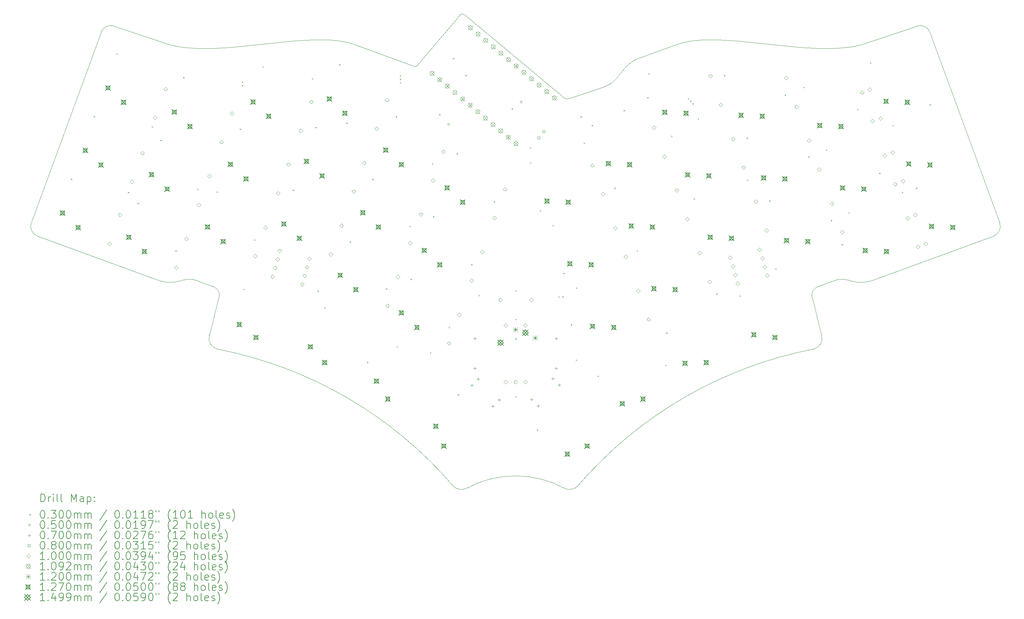
<source format=gbr>
%FSLAX45Y45*%
G04 Gerber Fmt 4.5, Leading zero omitted, Abs format (unit mm)*
G04 Created by KiCad (PCBNEW (6.0.0)) date 2023-05-15 23:43:21*
%MOMM*%
%LPD*%
G01*
G04 APERTURE LIST*
%ADD10C,0.050000*%
%TA.AperFunction,Profile*%
%ADD11C,0.050000*%
%TD*%
%ADD12C,0.200000*%
%ADD13C,0.030000*%
%ADD14C,0.070000*%
%ADD15C,0.080000*%
%ADD16C,0.100000*%
%ADD17C,0.109220*%
%ADD18C,0.120000*%
%ADD19C,0.127000*%
%ADD20C,0.149860*%
G04 APERTURE END LIST*
D10*
X15693936Y-6435485D02*
X15699617Y-6439941D01*
X15705396Y-6443949D01*
X15711256Y-6447528D01*
X15717178Y-6450699D01*
X15723144Y-6453482D01*
X15729136Y-6455897D01*
X15735135Y-6457964D01*
X15741124Y-6459703D01*
X15747082Y-6461135D01*
X15752994Y-6462279D01*
X15758839Y-6463156D01*
X15764600Y-6463785D01*
X15770259Y-6464188D01*
X15775796Y-6464384D01*
X15781195Y-6464392D01*
X15786436Y-6464235D01*
X15791501Y-6463930D01*
X15801031Y-6462963D01*
X15809639Y-6461651D01*
X15817176Y-6460157D01*
X15823498Y-6458640D01*
X15828458Y-6457262D01*
X15833705Y-6455569D01*
X15833936Y-6455485D01*
D11*
X26664013Y-9973841D02*
X23632056Y-11082459D01*
X25039224Y-4768032D02*
X26820723Y-9637246D01*
X18600000Y-5070000D02*
X17580000Y-5440000D01*
X2111277Y-9637246D02*
X3892776Y-4768032D01*
X13036262Y-4338738D02*
X11968037Y-5606895D01*
D10*
X22620000Y-11100000D02*
X22652130Y-11089952D01*
X22682979Y-11082198D01*
X22712671Y-11076568D01*
X22741332Y-11072895D01*
X22769086Y-11071012D01*
X22796058Y-11070749D01*
X22822374Y-11071939D01*
X22848157Y-11074413D01*
X22873533Y-11078005D01*
X22898627Y-11082546D01*
X22923564Y-11087867D01*
X22948468Y-11093802D01*
X22973464Y-11100181D01*
X22998678Y-11106837D01*
X23024234Y-11113602D01*
X23050257Y-11120307D01*
X23076872Y-11126786D01*
X23104204Y-11132869D01*
X23132377Y-11138389D01*
X23161518Y-11143178D01*
X23191749Y-11147068D01*
X23223197Y-11149891D01*
X23255987Y-11151478D01*
X23290242Y-11151662D01*
X23326089Y-11150275D01*
X23363652Y-11147149D01*
X23403055Y-11142115D01*
X23444424Y-11135007D01*
X23487884Y-11125655D01*
X23533559Y-11113891D01*
X23581575Y-11099549D01*
X23632056Y-11082459D01*
D11*
X26664013Y-9973841D02*
G75*
G03*
X26820723Y-9637246I-89955J246658D01*
G01*
X22070000Y-12860000D02*
G75*
G03*
X22279522Y-12509954I-64214J276164D01*
G01*
X15730000Y-16420000D02*
G75*
G03*
X16060000Y-16350000I116382J264198D01*
G01*
X4229371Y-4611323D02*
X5600000Y-5070000D01*
X15730000Y-16420000D02*
G75*
G03*
X13202000Y-16420000I-1264000J-2313266D01*
G01*
X12872000Y-16350000D02*
G75*
G03*
X6862000Y-12860000I-8017942J-6887603D01*
G01*
X6652478Y-12509954D02*
X6896531Y-11551876D01*
X6652478Y-12509954D02*
G75*
G03*
X6862000Y-12860000I273736J-73882D01*
G01*
X11864167Y-5630495D02*
X10332000Y-5070000D01*
X22035469Y-11551876D02*
X22279522Y-12509954D01*
D10*
X10332000Y-5070000D02*
X10221498Y-5036794D01*
X10104395Y-5010015D01*
X9981110Y-4989234D01*
X9852063Y-4974023D01*
X9717671Y-4963954D01*
X9578355Y-4958599D01*
X9434534Y-4957527D01*
X9286625Y-4960313D01*
X9135048Y-4966525D01*
X8980223Y-4975737D01*
X8822567Y-4987520D01*
X8662500Y-5001445D01*
X8500441Y-5017084D01*
X8336808Y-5034009D01*
X8172022Y-5051790D01*
X8006500Y-5070000D01*
X7840662Y-5088210D01*
X7674926Y-5105991D01*
X7509711Y-5122916D01*
X7345437Y-5138555D01*
X7182523Y-5152480D01*
X7021387Y-5164263D01*
X6862448Y-5173475D01*
X6706125Y-5179688D01*
X6552837Y-5182473D01*
X6403004Y-5181401D01*
X6257043Y-5176046D01*
X6115375Y-5165977D01*
X5978417Y-5150766D01*
X5846590Y-5129985D01*
X5720311Y-5103206D01*
X5600000Y-5070000D01*
X17580000Y-5440000D02*
X17538253Y-5460173D01*
X17499146Y-5481267D01*
X17462507Y-5503207D01*
X17428164Y-5525918D01*
X17395945Y-5549325D01*
X17365679Y-5573352D01*
X17337192Y-5597925D01*
X17310313Y-5622969D01*
X17284869Y-5648408D01*
X17260688Y-5674167D01*
X17237599Y-5700172D01*
X17215430Y-5726348D01*
X17194007Y-5752618D01*
X17173159Y-5778909D01*
X17152714Y-5805144D01*
X17132500Y-5831250D01*
X17112344Y-5857150D01*
X17092075Y-5882771D01*
X17071520Y-5908036D01*
X17050508Y-5932871D01*
X17028865Y-5957201D01*
X17006421Y-5980950D01*
X16983002Y-6004043D01*
X16958438Y-6026406D01*
X16932554Y-6047963D01*
X16905181Y-6068640D01*
X16876144Y-6088361D01*
X16845273Y-6107051D01*
X16812396Y-6124635D01*
X16777339Y-6141037D01*
X16739931Y-6156184D01*
X16700000Y-6170000D01*
D11*
X5299944Y-11082459D02*
X2267987Y-9973841D01*
X2111278Y-9637246D02*
G75*
G03*
X2267987Y-9973841I246664J-89937D01*
G01*
X23332000Y-5070000D02*
X24702629Y-4611323D01*
X16700000Y-6170000D02*
X15833936Y-6455485D01*
D10*
X6312000Y-11100000D02*
X6279870Y-11089952D01*
X6249021Y-11082198D01*
X6219329Y-11076568D01*
X6190668Y-11072895D01*
X6162914Y-11071012D01*
X6135941Y-11070749D01*
X6109626Y-11071939D01*
X6083843Y-11074413D01*
X6058467Y-11078005D01*
X6033373Y-11082546D01*
X6008436Y-11087867D01*
X5983532Y-11093802D01*
X5958536Y-11100181D01*
X5933322Y-11106837D01*
X5907766Y-11113602D01*
X5881743Y-11120307D01*
X5855128Y-11126786D01*
X5827796Y-11132869D01*
X5799622Y-11138389D01*
X5770482Y-11143178D01*
X5740251Y-11147068D01*
X5708802Y-11149891D01*
X5676013Y-11151478D01*
X5641757Y-11151662D01*
X5605911Y-11150275D01*
X5568348Y-11147149D01*
X5528945Y-11142115D01*
X5487576Y-11135007D01*
X5444116Y-11125655D01*
X5398440Y-11113891D01*
X5350425Y-11099549D01*
X5299944Y-11082459D01*
X11864167Y-5630495D02*
X11872874Y-5632923D01*
X11881255Y-5634722D01*
X11889318Y-5635915D01*
X11897068Y-5636525D01*
X11904513Y-5636576D01*
X11911658Y-5636091D01*
X11918510Y-5635093D01*
X11925075Y-5633605D01*
X11931359Y-5631652D01*
X11937370Y-5629256D01*
X11943113Y-5626441D01*
X11948594Y-5623230D01*
X11953821Y-5619647D01*
X11958800Y-5615714D01*
X11963536Y-5611456D01*
X11968037Y-5606895D01*
D11*
X22070000Y-12860000D02*
G75*
G03*
X16060000Y-16350000I2007942J-10377602D01*
G01*
D10*
X18600000Y-5070000D02*
X18710502Y-5036794D01*
X18827605Y-5010015D01*
X18950890Y-4989234D01*
X19079938Y-4974023D01*
X19214329Y-4963954D01*
X19353645Y-4958599D01*
X19497466Y-4957527D01*
X19645375Y-4960313D01*
X19796952Y-4966525D01*
X19951777Y-4975737D01*
X20109433Y-4987520D01*
X20269500Y-5001445D01*
X20431559Y-5017084D01*
X20595191Y-5034009D01*
X20759978Y-5051790D01*
X20925500Y-5070000D01*
X21091338Y-5088210D01*
X21257074Y-5105991D01*
X21422289Y-5122916D01*
X21586563Y-5138555D01*
X21749477Y-5152480D01*
X21910613Y-5164263D01*
X22069552Y-5173475D01*
X22225875Y-5179688D01*
X22379162Y-5182473D01*
X22528996Y-5181401D01*
X22674956Y-5176046D01*
X22816625Y-5165977D01*
X22953582Y-5150766D01*
X23085410Y-5129985D01*
X23211689Y-5103206D01*
X23332000Y-5070000D01*
D11*
X22190000Y-11260000D02*
X22620000Y-11100000D01*
X25039224Y-4768032D02*
G75*
G03*
X24702629Y-4611323I-246658J-89955D01*
G01*
D10*
X22190000Y-11260000D02*
X22179778Y-11263897D01*
X22169747Y-11268091D01*
X22159924Y-11272586D01*
X22150323Y-11277386D01*
X22140961Y-11282495D01*
X22131852Y-11287918D01*
X22123014Y-11293657D01*
X22114460Y-11299717D01*
X22106208Y-11306102D01*
X22098272Y-11312816D01*
X22090669Y-11319863D01*
X22083413Y-11327247D01*
X22076521Y-11334972D01*
X22070009Y-11343043D01*
X22063891Y-11351462D01*
X22058184Y-11360234D01*
X22052902Y-11369364D01*
X22048063Y-11378854D01*
X22043681Y-11388710D01*
X22039773Y-11398934D01*
X22036353Y-11409532D01*
X22033437Y-11420507D01*
X22031042Y-11431863D01*
X22029182Y-11443604D01*
X22027874Y-11455734D01*
X22027133Y-11468257D01*
X22026974Y-11481177D01*
X22027414Y-11494499D01*
X22028467Y-11508225D01*
X22030151Y-11522361D01*
X22032479Y-11536910D01*
X22035469Y-11551876D01*
D11*
X15693936Y-6435485D02*
X13175000Y-4325000D01*
X13175000Y-4325000D02*
G75*
G03*
X13036262Y-4338738I-62500J-76238D01*
G01*
D10*
X6742000Y-11260000D02*
X6752222Y-11263897D01*
X6762252Y-11268091D01*
X6772076Y-11272586D01*
X6781677Y-11277386D01*
X6791039Y-11282495D01*
X6800147Y-11287918D01*
X6808986Y-11293657D01*
X6817539Y-11299717D01*
X6825792Y-11306102D01*
X6833728Y-11312816D01*
X6841331Y-11319863D01*
X6848587Y-11327247D01*
X6855478Y-11334972D01*
X6861991Y-11343043D01*
X6868109Y-11351462D01*
X6873816Y-11360234D01*
X6879097Y-11369364D01*
X6883937Y-11378854D01*
X6888319Y-11388710D01*
X6892227Y-11398934D01*
X6895647Y-11409532D01*
X6898563Y-11420507D01*
X6900958Y-11431863D01*
X6902818Y-11443604D01*
X6904126Y-11455734D01*
X6904867Y-11468257D01*
X6905026Y-11481177D01*
X6904586Y-11494499D01*
X6903532Y-11508225D01*
X6901849Y-11522361D01*
X6899521Y-11536910D01*
X6896531Y-11551876D01*
D11*
X4229371Y-4611323D02*
G75*
G03*
X3892776Y-4768032I-89937J-246664D01*
G01*
X6312000Y-11100000D02*
X6742000Y-11260000D01*
X12872000Y-16350000D02*
G75*
G03*
X13202000Y-16420000I213618J194198D01*
G01*
D12*
D13*
X3117741Y-8507741D02*
X3147741Y-8537741D01*
X3147741Y-8507741D02*
X3117741Y-8537741D01*
X3705000Y-6905000D02*
X3735000Y-6935000D01*
X3735000Y-6905000D02*
X3705000Y-6935000D01*
X4285000Y-5310000D02*
X4315000Y-5340000D01*
X4315000Y-5310000D02*
X4285000Y-5340000D01*
X4575000Y-8845000D02*
X4605000Y-8875000D01*
X4605000Y-8845000D02*
X4575000Y-8875000D01*
X4819457Y-9125543D02*
X4849457Y-9155543D01*
X4849457Y-9125543D02*
X4819457Y-9155543D01*
X5185000Y-7165000D02*
X5215000Y-7195000D01*
X5215000Y-7165000D02*
X5185000Y-7195000D01*
X5403330Y-7516670D02*
X5433330Y-7546670D01*
X5433330Y-7516670D02*
X5403330Y-7546670D01*
X5785000Y-10335000D02*
X5815000Y-10365000D01*
X5815000Y-10335000D02*
X5785000Y-10365000D01*
X5985000Y-5910000D02*
X6015000Y-5940000D01*
X6015000Y-5910000D02*
X5985000Y-5940000D01*
X6345000Y-8765000D02*
X6375000Y-8795000D01*
X6375000Y-8765000D02*
X6345000Y-8795000D01*
X6836900Y-8833100D02*
X6866900Y-8863100D01*
X6866900Y-8833100D02*
X6836900Y-8863100D01*
X7426900Y-7226900D02*
X7456900Y-7256900D01*
X7456900Y-7226900D02*
X7426900Y-7256900D01*
X7485000Y-6025000D02*
X7515000Y-6055000D01*
X7515000Y-6025000D02*
X7485000Y-6055000D01*
X7485000Y-6115000D02*
X7515000Y-6145000D01*
X7515000Y-6115000D02*
X7485000Y-6145000D01*
X7518861Y-11318861D02*
X7548861Y-11348861D01*
X7548861Y-11318861D02*
X7518861Y-11348861D01*
X7795000Y-10055000D02*
X7825000Y-10085000D01*
X7825000Y-10055000D02*
X7795000Y-10085000D01*
X8010000Y-5635000D02*
X8040000Y-5665000D01*
X8040000Y-5635000D02*
X8010000Y-5665000D01*
X8785000Y-8785000D02*
X8815000Y-8815000D01*
X8815000Y-8785000D02*
X8785000Y-8815000D01*
X9275000Y-5935000D02*
X9305000Y-5965000D01*
X9305000Y-5935000D02*
X9275000Y-5965000D01*
X9360000Y-7185000D02*
X9390000Y-7215000D01*
X9390000Y-7185000D02*
X9360000Y-7215000D01*
X9415000Y-11365000D02*
X9445000Y-11395000D01*
X9445000Y-11365000D02*
X9415000Y-11395000D01*
X9585000Y-11785000D02*
X9615000Y-11815000D01*
X9615000Y-11785000D02*
X9585000Y-11815000D01*
X9963751Y-5581249D02*
X9993751Y-5611249D01*
X9993751Y-5581249D02*
X9963751Y-5611249D01*
X10145000Y-7075000D02*
X10175000Y-7105000D01*
X10175000Y-7075000D02*
X10145000Y-7105000D01*
X10235000Y-10110000D02*
X10265000Y-10140000D01*
X10265000Y-10110000D02*
X10235000Y-10140000D01*
X10675000Y-13185000D02*
X10705000Y-13215000D01*
X10705000Y-13185000D02*
X10675000Y-13215000D01*
X10810000Y-8510000D02*
X10840000Y-8540000D01*
X10840000Y-8510000D02*
X10810000Y-8540000D01*
X11160000Y-11310000D02*
X11190000Y-11340000D01*
X11190000Y-11310000D02*
X11160000Y-11340000D01*
X11410000Y-6910000D02*
X11440000Y-6940000D01*
X11440000Y-6910000D02*
X11410000Y-6940000D01*
X11435000Y-12785000D02*
X11465000Y-12815000D01*
X11465000Y-12785000D02*
X11435000Y-12815000D01*
X11513218Y-6043791D02*
X11543218Y-6073791D01*
X11543218Y-6043791D02*
X11513218Y-6073791D01*
X11515000Y-5865000D02*
X11545000Y-5895000D01*
X11545000Y-5865000D02*
X11515000Y-5895000D01*
X11515000Y-5955000D02*
X11545000Y-5985000D01*
X11545000Y-5955000D02*
X11515000Y-5985000D01*
X11760000Y-9710000D02*
X11790000Y-9740000D01*
X11790000Y-9710000D02*
X11760000Y-9740000D01*
X11787511Y-11062512D02*
X11817511Y-11092512D01*
X11817511Y-11062512D02*
X11787511Y-11092512D01*
X12285000Y-12935000D02*
X12315000Y-12965000D01*
X12315000Y-12935000D02*
X12285000Y-12965000D01*
X12335000Y-8110000D02*
X12365000Y-8140000D01*
X12365000Y-8110000D02*
X12335000Y-8140000D01*
X12360245Y-9460245D02*
X12390245Y-9490245D01*
X12390245Y-9460245D02*
X12360245Y-9490245D01*
X12515000Y-6855000D02*
X12545000Y-6885000D01*
X12545000Y-6855000D02*
X12515000Y-6885000D01*
X12760000Y-12285000D02*
X12790000Y-12315000D01*
X12790000Y-12285000D02*
X12760000Y-12315000D01*
X12865000Y-5425000D02*
X12895000Y-5455000D01*
X12895000Y-5425000D02*
X12865000Y-5455000D01*
X12960862Y-7859138D02*
X12990862Y-7889138D01*
X12990862Y-7859138D02*
X12960862Y-7889138D01*
X12992140Y-14010000D02*
X13022140Y-14040000D01*
X13022140Y-14010000D02*
X12992140Y-14040000D01*
X13185000Y-5855000D02*
X13215000Y-5885000D01*
X13215000Y-5855000D02*
X13185000Y-5885000D01*
X13335000Y-10685000D02*
X13365000Y-10715000D01*
X13365000Y-10685000D02*
X13335000Y-10715000D01*
X13525000Y-11475000D02*
X13555000Y-11505000D01*
X13555000Y-11475000D02*
X13525000Y-11505000D01*
X13910000Y-9085000D02*
X13940000Y-9115000D01*
X13940000Y-9085000D02*
X13910000Y-9115000D01*
X14365000Y-6705000D02*
X14395000Y-6735000D01*
X14395000Y-6705000D02*
X14365000Y-6735000D01*
X14459000Y-12087000D02*
X14489000Y-12117000D01*
X14489000Y-12087000D02*
X14459000Y-12117000D01*
X14460000Y-12585000D02*
X14490000Y-12615000D01*
X14490000Y-12585000D02*
X14460000Y-12615000D01*
X14460000Y-14060000D02*
X14490000Y-14090000D01*
X14490000Y-14060000D02*
X14460000Y-14090000D01*
X14465000Y-11355000D02*
X14495000Y-11385000D01*
X14495000Y-11355000D02*
X14465000Y-11385000D01*
X14835000Y-7705000D02*
X14865000Y-7735000D01*
X14865000Y-7705000D02*
X14835000Y-7735000D01*
X14835000Y-8085000D02*
X14865000Y-8115000D01*
X14865000Y-8085000D02*
X14835000Y-8115000D01*
X15010000Y-14910000D02*
X15040000Y-14940000D01*
X15040000Y-14910000D02*
X15010000Y-14940000D01*
X15085000Y-9310000D02*
X15115000Y-9340000D01*
X15115000Y-9310000D02*
X15085000Y-9340000D01*
X15410000Y-9685000D02*
X15440000Y-9715000D01*
X15440000Y-9685000D02*
X15410000Y-9715000D01*
X15560000Y-11510000D02*
X15590000Y-11540000D01*
X15590000Y-11510000D02*
X15560000Y-11540000D01*
X15660000Y-11510000D02*
X15690000Y-11540000D01*
X15690000Y-11510000D02*
X15660000Y-11540000D01*
X15685000Y-10910000D02*
X15715000Y-10940000D01*
X15715000Y-10910000D02*
X15685000Y-10940000D01*
X15875000Y-12225000D02*
X15905000Y-12255000D01*
X15905000Y-12225000D02*
X15875000Y-12255000D01*
X16005000Y-13125000D02*
X16035000Y-13155000D01*
X16035000Y-13125000D02*
X16005000Y-13155000D01*
X16010000Y-11285000D02*
X16040000Y-11315000D01*
X16040000Y-11285000D02*
X16010000Y-11315000D01*
X16125000Y-6915000D02*
X16155000Y-6945000D01*
X16155000Y-6915000D02*
X16125000Y-6945000D01*
X16205000Y-7585000D02*
X16235000Y-7615000D01*
X16235000Y-7585000D02*
X16205000Y-7615000D01*
X16410000Y-7135000D02*
X16440000Y-7165000D01*
X16440000Y-7135000D02*
X16410000Y-7165000D01*
X16560000Y-13535000D02*
X16590000Y-13565000D01*
X16590000Y-13535000D02*
X16560000Y-13565000D01*
X16985000Y-8735000D02*
X17015000Y-8765000D01*
X17015000Y-8735000D02*
X16985000Y-8765000D01*
X17225000Y-6755000D02*
X17255000Y-6785000D01*
X17255000Y-6755000D02*
X17225000Y-6785000D01*
X17560000Y-10335000D02*
X17590000Y-10365000D01*
X17590000Y-10335000D02*
X17560000Y-10365000D01*
X17825000Y-6425000D02*
X17855000Y-6455000D01*
X17855000Y-6425000D02*
X17825000Y-6455000D01*
X17860000Y-5810000D02*
X17890000Y-5840000D01*
X17890000Y-5810000D02*
X17860000Y-5840000D01*
X18285000Y-13255000D02*
X18315000Y-13285000D01*
X18315000Y-13255000D02*
X18285000Y-13285000D01*
X18310000Y-12435000D02*
X18340000Y-12465000D01*
X18340000Y-12435000D02*
X18310000Y-12465000D01*
X18435000Y-7410000D02*
X18465000Y-7440000D01*
X18465000Y-7410000D02*
X18435000Y-7440000D01*
X18862788Y-6450050D02*
X18892788Y-6480050D01*
X18892788Y-6450050D02*
X18862788Y-6480050D01*
X18920000Y-6510000D02*
X18950000Y-6540000D01*
X18950000Y-6510000D02*
X18920000Y-6540000D01*
X18979983Y-6577833D02*
X19009983Y-6607833D01*
X19009983Y-6577833D02*
X18979983Y-6607833D01*
X19010000Y-9010000D02*
X19040000Y-9040000D01*
X19040000Y-9010000D02*
X19010000Y-9040000D01*
X19115000Y-6965000D02*
X19145000Y-6995000D01*
X19145000Y-6965000D02*
X19115000Y-6995000D01*
X19585000Y-11435000D02*
X19615000Y-11465000D01*
X19615000Y-11435000D02*
X19585000Y-11465000D01*
X19785000Y-5860000D02*
X19815000Y-5890000D01*
X19815000Y-5860000D02*
X19785000Y-5890000D01*
X20185000Y-11485000D02*
X20215000Y-11515000D01*
X20215000Y-11485000D02*
X20185000Y-11515000D01*
X20360000Y-7460000D02*
X20390000Y-7490000D01*
X20390000Y-7460000D02*
X20360000Y-7490000D01*
X20375000Y-8525000D02*
X20405000Y-8555000D01*
X20405000Y-8525000D02*
X20375000Y-8555000D01*
X20935000Y-9060000D02*
X20965000Y-9090000D01*
X20965000Y-9060000D02*
X20935000Y-9090000D01*
X21095000Y-10795000D02*
X21125000Y-10825000D01*
X21125000Y-10795000D02*
X21095000Y-10825000D01*
X21335000Y-6360000D02*
X21365000Y-6390000D01*
X21365000Y-6360000D02*
X21335000Y-6390000D01*
X21810000Y-6160000D02*
X21840000Y-6190000D01*
X21840000Y-6160000D02*
X21810000Y-6190000D01*
X21935000Y-7935000D02*
X21965000Y-7965000D01*
X21965000Y-7935000D02*
X21935000Y-7965000D01*
X22385000Y-7760000D02*
X22415000Y-7790000D01*
X22415000Y-7760000D02*
X22385000Y-7790000D01*
X22510000Y-9560000D02*
X22540000Y-9590000D01*
X22540000Y-9560000D02*
X22510000Y-9590000D01*
X22785000Y-10175000D02*
X22815000Y-10205000D01*
X22815000Y-10175000D02*
X22785000Y-10205000D01*
X22960000Y-9360000D02*
X22990000Y-9390000D01*
X22990000Y-9360000D02*
X22960000Y-9390000D01*
X23185000Y-6725000D02*
X23215000Y-6755000D01*
X23215000Y-6725000D02*
X23185000Y-6755000D01*
X23510000Y-5535000D02*
X23540000Y-5565000D01*
X23540000Y-5535000D02*
X23510000Y-5565000D01*
X23745000Y-8355000D02*
X23775000Y-8385000D01*
X23775000Y-8355000D02*
X23745000Y-8385000D01*
X24085000Y-7135000D02*
X24115000Y-7165000D01*
X24115000Y-7135000D02*
X24085000Y-7165000D01*
X24325000Y-8845000D02*
X24355000Y-8875000D01*
X24355000Y-8845000D02*
X24325000Y-8875000D01*
X24685000Y-8735000D02*
X24715000Y-8765000D01*
X24715000Y-8735000D02*
X24685000Y-8765000D01*
X25025000Y-6605000D02*
X25055000Y-6635000D01*
X25055000Y-6605000D02*
X25025000Y-6635000D01*
D10*
X12785000Y-7120000D02*
G75*
G03*
X12785000Y-7120000I-25000J0D01*
G01*
X14635000Y-6550000D02*
G75*
G03*
X14635000Y-6550000I-25000J0D01*
G01*
D14*
X13348806Y-13745645D02*
X13348806Y-13815645D01*
X13313806Y-13780645D02*
X13383806Y-13780645D01*
X13429646Y-12554968D02*
X13429646Y-12624968D01*
X13394646Y-12589968D02*
X13464646Y-12589968D01*
X13429646Y-13316968D02*
X13429646Y-13386968D01*
X13394646Y-13351968D02*
X13464646Y-13351968D01*
X13510158Y-13584657D02*
X13510158Y-13654657D01*
X13475158Y-13619657D02*
X13545158Y-13619657D01*
X13887621Y-14284461D02*
X13887621Y-14354461D01*
X13852621Y-14319461D02*
X13922621Y-14319461D01*
X14048973Y-14123473D02*
X14048973Y-14193473D01*
X14013973Y-14158473D02*
X14083973Y-14158473D01*
X14879657Y-14114842D02*
X14879657Y-14184842D01*
X14844657Y-14149842D02*
X14914657Y-14149842D01*
X15044162Y-14276608D02*
X15044162Y-14346608D01*
X15009162Y-14311608D02*
X15079162Y-14311608D01*
X15418473Y-13576027D02*
X15418473Y-13646027D01*
X15383473Y-13611027D02*
X15453473Y-13611027D01*
X15500354Y-12553032D02*
X15500354Y-12623032D01*
X15465354Y-12588032D02*
X15535354Y-12588032D01*
X15500354Y-13315032D02*
X15500354Y-13385032D01*
X15465354Y-13350032D02*
X15535354Y-13350032D01*
X15582977Y-13737793D02*
X15582977Y-13807793D01*
X15547977Y-13772793D02*
X15617977Y-13772793D01*
D15*
X15088284Y-7488284D02*
X15088284Y-7431715D01*
X15031715Y-7431715D01*
X15031715Y-7488284D01*
X15088284Y-7488284D01*
X15216842Y-7335076D02*
X15216842Y-7278507D01*
X15160273Y-7278507D01*
X15160273Y-7335076D01*
X15216842Y-7335076D01*
D16*
X4106612Y-10216480D02*
X4156612Y-10166480D01*
X4106612Y-10116480D01*
X4056612Y-10166480D01*
X4106612Y-10216480D01*
X4373388Y-9483520D02*
X4423388Y-9433520D01*
X4373388Y-9383520D01*
X4323388Y-9433520D01*
X4373388Y-9483520D01*
X4677881Y-8635212D02*
X4727881Y-8585212D01*
X4677881Y-8535212D01*
X4627881Y-8585212D01*
X4677881Y-8635212D01*
X4944656Y-7902251D02*
X4994656Y-7852251D01*
X4944656Y-7802251D01*
X4894656Y-7852251D01*
X4944656Y-7902251D01*
X5269435Y-7001843D02*
X5319435Y-6951843D01*
X5269435Y-6901843D01*
X5219435Y-6951843D01*
X5269435Y-7001843D01*
X5536211Y-6268882D02*
X5586211Y-6218882D01*
X5536211Y-6168882D01*
X5486211Y-6218882D01*
X5536211Y-6268882D01*
X5806612Y-10826480D02*
X5856612Y-10776480D01*
X5806612Y-10726480D01*
X5756612Y-10776480D01*
X5806612Y-10826480D01*
X6073388Y-10093520D02*
X6123388Y-10043520D01*
X6073388Y-9993520D01*
X6023388Y-10043520D01*
X6073388Y-10093520D01*
X6386612Y-9226480D02*
X6436612Y-9176480D01*
X6386612Y-9126480D01*
X6336612Y-9176480D01*
X6386612Y-9226480D01*
X6653388Y-8493520D02*
X6703388Y-8443520D01*
X6653388Y-8393520D01*
X6603388Y-8443520D01*
X6653388Y-8493520D01*
X6963233Y-7623411D02*
X7013233Y-7573411D01*
X6963233Y-7523411D01*
X6913233Y-7573411D01*
X6963233Y-7623411D01*
X7230009Y-6890451D02*
X7280009Y-6840451D01*
X7230009Y-6790451D01*
X7180009Y-6840451D01*
X7230009Y-6890451D01*
X7822891Y-10533906D02*
X7872891Y-10483906D01*
X7822891Y-10433906D01*
X7772891Y-10483906D01*
X7822891Y-10533906D01*
X8089667Y-9800946D02*
X8139667Y-9750946D01*
X8089667Y-9700946D01*
X8039667Y-9750946D01*
X8089667Y-9800946D01*
X8268059Y-11052826D02*
X8318059Y-11002826D01*
X8268059Y-10952826D01*
X8218059Y-11002826D01*
X8268059Y-11052826D01*
X8328059Y-10832826D02*
X8378059Y-10782826D01*
X8328059Y-10732826D01*
X8278059Y-10782826D01*
X8328059Y-10832826D01*
X8388059Y-10612826D02*
X8438059Y-10562826D01*
X8388059Y-10512826D01*
X8338059Y-10562826D01*
X8388059Y-10612826D01*
X8406124Y-8930829D02*
X8456124Y-8880829D01*
X8406124Y-8830829D01*
X8356123Y-8880829D01*
X8406124Y-8930829D01*
X8448059Y-10399061D02*
X8498059Y-10349061D01*
X8448059Y-10299061D01*
X8398059Y-10349061D01*
X8448059Y-10399061D01*
X8672899Y-8197868D02*
X8722899Y-8147868D01*
X8672899Y-8097868D01*
X8622899Y-8147868D01*
X8672899Y-8197868D01*
X8987850Y-7330532D02*
X9037850Y-7280532D01*
X8987850Y-7230532D01*
X8937850Y-7280532D01*
X8987850Y-7330532D01*
X9021482Y-11254705D02*
X9071482Y-11204705D01*
X9021482Y-11154705D01*
X8971482Y-11204705D01*
X9021482Y-11254705D01*
X9081482Y-11034705D02*
X9131482Y-10984705D01*
X9081482Y-10934705D01*
X9031482Y-10984705D01*
X9081482Y-11034705D01*
X9141482Y-10814705D02*
X9191482Y-10764705D01*
X9141482Y-10714705D01*
X9091482Y-10764705D01*
X9141482Y-10814705D01*
X9201482Y-10600939D02*
X9251482Y-10550939D01*
X9201482Y-10500939D01*
X9151482Y-10550939D01*
X9201482Y-10600939D01*
X9254626Y-6597572D02*
X9304626Y-6547572D01*
X9254626Y-6497572D01*
X9204626Y-6547572D01*
X9254626Y-6597572D01*
X9754993Y-10487913D02*
X9804993Y-10437913D01*
X9754993Y-10387913D01*
X9704993Y-10437913D01*
X9754993Y-10487913D01*
X10021769Y-9754953D02*
X10071769Y-9704953D01*
X10021769Y-9654953D01*
X9971769Y-9704953D01*
X10021769Y-9754953D01*
X10338929Y-8883944D02*
X10388929Y-8833944D01*
X10338929Y-8783944D01*
X10288929Y-8833944D01*
X10338929Y-8883944D01*
X10605704Y-8150984D02*
X10655704Y-8100984D01*
X10605704Y-8050984D01*
X10555704Y-8100984D01*
X10605704Y-8150984D01*
X10921176Y-7280694D02*
X10971176Y-7230694D01*
X10921176Y-7180694D01*
X10871176Y-7230694D01*
X10921176Y-7280694D01*
X11187951Y-6547733D02*
X11237951Y-6497733D01*
X11187951Y-6447733D01*
X11137952Y-6497733D01*
X11187951Y-6547733D01*
X11198442Y-11799288D02*
X11248442Y-11749288D01*
X11198442Y-11699288D01*
X11148442Y-11749288D01*
X11198442Y-11799288D01*
X11465218Y-11066328D02*
X11515218Y-11016328D01*
X11465218Y-10966328D01*
X11415218Y-11016328D01*
X11465218Y-11066328D01*
X11779821Y-10200961D02*
X11829821Y-10150961D01*
X11779821Y-10100961D01*
X11729821Y-10150961D01*
X11779821Y-10200961D01*
X12046597Y-9468001D02*
X12096597Y-9418001D01*
X12046597Y-9368001D01*
X11996597Y-9418001D01*
X12046597Y-9468001D01*
X12360563Y-8600491D02*
X12410563Y-8550491D01*
X12360563Y-8500491D01*
X12310563Y-8550491D01*
X12360563Y-8600491D01*
X12627339Y-7867531D02*
X12677339Y-7817531D01*
X12627339Y-7767531D01*
X12577339Y-7817531D01*
X12627339Y-7867531D01*
X12765077Y-12761956D02*
X12815077Y-12711956D01*
X12765077Y-12661956D01*
X12715077Y-12711956D01*
X12765077Y-12761956D01*
X13031853Y-12028996D02*
X13081853Y-11978996D01*
X13031853Y-11928996D01*
X12981853Y-11978996D01*
X13031853Y-12028996D01*
X13347151Y-11159690D02*
X13397151Y-11109690D01*
X13347151Y-11059690D01*
X13297151Y-11109690D01*
X13347151Y-11159690D01*
X13613927Y-10426730D02*
X13663927Y-10376730D01*
X13613927Y-10326730D01*
X13563927Y-10376730D01*
X13613927Y-10426730D01*
X13930036Y-9558583D02*
X13980036Y-9508583D01*
X13930036Y-9458583D01*
X13880036Y-9508583D01*
X13930036Y-9558583D01*
X14085000Y-11650000D02*
X14135000Y-11600000D01*
X14085000Y-11550000D01*
X14035000Y-11600000D01*
X14085000Y-11650000D01*
X14196812Y-8825623D02*
X14246812Y-8775623D01*
X14196812Y-8725623D01*
X14146812Y-8775623D01*
X14196812Y-8825623D01*
X14216000Y-12300000D02*
X14266000Y-12250000D01*
X14216000Y-12200000D01*
X14166000Y-12250000D01*
X14216000Y-12300000D01*
X14216000Y-13750000D02*
X14266000Y-13700000D01*
X14216000Y-13650000D01*
X14166000Y-13700000D01*
X14216000Y-13750000D01*
X14466000Y-13750000D02*
X14516000Y-13700000D01*
X14466000Y-13650000D01*
X14416000Y-13700000D01*
X14466000Y-13750000D01*
X14716000Y-12300000D02*
X14766000Y-12250000D01*
X14716000Y-12200000D01*
X14666000Y-12250000D01*
X14716000Y-12300000D01*
X14716000Y-13750000D02*
X14766000Y-13700000D01*
X14716000Y-13650000D01*
X14666000Y-13700000D01*
X14716000Y-13750000D01*
X14865000Y-11650000D02*
X14915000Y-11600000D01*
X14865000Y-11550000D01*
X14815000Y-11600000D01*
X14865000Y-11650000D01*
X16428498Y-8215756D02*
X16478498Y-8165756D01*
X16428498Y-8115756D01*
X16378498Y-8165756D01*
X16428498Y-8215756D01*
X16695274Y-8948716D02*
X16745274Y-8898716D01*
X16695274Y-8848716D01*
X16645274Y-8898716D01*
X16695274Y-8948716D01*
X17011383Y-9816863D02*
X17061383Y-9766863D01*
X17011383Y-9716863D01*
X16961383Y-9766863D01*
X17011383Y-9816863D01*
X17278158Y-10549823D02*
X17328158Y-10499823D01*
X17278158Y-10449823D01*
X17228158Y-10499823D01*
X17278158Y-10549823D01*
X17593865Y-11419548D02*
X17643865Y-11369548D01*
X17593865Y-11319548D01*
X17543865Y-11369548D01*
X17593865Y-11419548D01*
X17860641Y-12152508D02*
X17910641Y-12102508D01*
X17860641Y-12052508D01*
X17810641Y-12102508D01*
X17860641Y-12152508D01*
X17997971Y-7257664D02*
X18047971Y-7207664D01*
X17997971Y-7157664D01*
X17947971Y-7207664D01*
X17997971Y-7257664D01*
X18264747Y-7990624D02*
X18314747Y-7940624D01*
X18264747Y-7890624D01*
X18214747Y-7940624D01*
X18264747Y-7990624D01*
X18578712Y-8858134D02*
X18628712Y-8808134D01*
X18578712Y-8758134D01*
X18528712Y-8808134D01*
X18578712Y-8858134D01*
X18845488Y-9591094D02*
X18895488Y-9541094D01*
X18845488Y-9491094D01*
X18795488Y-9541094D01*
X18845488Y-9591094D01*
X19160091Y-10456461D02*
X19210091Y-10406461D01*
X19160091Y-10356461D01*
X19110091Y-10406461D01*
X19160091Y-10456461D01*
X19426867Y-11189421D02*
X19476867Y-11139421D01*
X19426867Y-11089421D01*
X19376867Y-11139421D01*
X19426867Y-11189421D01*
X19437358Y-5937866D02*
X19487358Y-5887866D01*
X19437358Y-5837866D01*
X19387358Y-5887866D01*
X19437358Y-5937866D01*
X19704134Y-6670826D02*
X19754134Y-6620826D01*
X19704134Y-6570826D01*
X19654134Y-6620826D01*
X19704134Y-6670826D01*
X19943289Y-10570939D02*
X19993289Y-10520939D01*
X19943289Y-10470939D01*
X19893289Y-10520939D01*
X19943289Y-10570939D01*
X20013289Y-10790939D02*
X20063289Y-10740939D01*
X20013289Y-10690939D01*
X19963289Y-10740939D01*
X20013289Y-10790939D01*
X20019605Y-7541117D02*
X20069605Y-7491117D01*
X20019605Y-7441117D01*
X19969605Y-7491117D01*
X20019605Y-7541117D01*
X20073289Y-11010939D02*
X20123289Y-10960939D01*
X20073289Y-10910939D01*
X20023289Y-10960939D01*
X20073289Y-11010939D01*
X20133289Y-11230939D02*
X20183289Y-11180939D01*
X20133289Y-11130939D01*
X20083289Y-11180939D01*
X20133289Y-11230939D01*
X20286381Y-8274077D02*
X20336381Y-8224077D01*
X20286381Y-8174077D01*
X20236381Y-8224077D01*
X20286381Y-8274077D01*
X20603011Y-9145179D02*
X20653011Y-9095179D01*
X20603011Y-9045179D01*
X20553011Y-9095179D01*
X20603011Y-9145179D01*
X20696711Y-10369061D02*
X20746711Y-10319061D01*
X20696711Y-10269061D01*
X20646711Y-10319061D01*
X20696711Y-10369061D01*
X20766711Y-10589061D02*
X20816711Y-10539061D01*
X20766711Y-10489061D01*
X20716711Y-10539061D01*
X20766711Y-10589061D01*
X20826711Y-10809061D02*
X20876711Y-10759061D01*
X20826711Y-10709061D01*
X20776711Y-10759061D01*
X20826711Y-10809061D01*
X20869787Y-9878139D02*
X20919787Y-9828139D01*
X20869787Y-9778139D01*
X20819787Y-9828139D01*
X20869787Y-9878139D01*
X20886711Y-11029061D02*
X20936711Y-10979061D01*
X20886711Y-10929061D01*
X20836711Y-10979061D01*
X20886711Y-11029061D01*
X21370684Y-5987705D02*
X21420684Y-5937705D01*
X21370684Y-5887705D01*
X21320684Y-5937705D01*
X21370684Y-5987705D01*
X21637460Y-6720665D02*
X21687460Y-6670665D01*
X21637460Y-6620665D01*
X21587460Y-6670665D01*
X21637460Y-6720665D01*
X21952410Y-7588001D02*
X22002410Y-7538001D01*
X21952410Y-7488001D01*
X21902410Y-7538001D01*
X21952410Y-7588001D01*
X22219186Y-8320961D02*
X22269186Y-8270961D01*
X22219186Y-8220961D01*
X22169186Y-8270961D01*
X22219186Y-8320961D01*
X22535642Y-9191079D02*
X22585642Y-9141079D01*
X22535642Y-9091079D01*
X22485642Y-9141079D01*
X22535642Y-9191079D01*
X22802418Y-9924039D02*
X22852418Y-9874039D01*
X22802418Y-9824039D01*
X22752418Y-9874039D01*
X22802418Y-9924039D01*
X23306612Y-6353520D02*
X23356612Y-6303520D01*
X23306612Y-6253520D01*
X23256612Y-6303520D01*
X23306612Y-6353520D01*
X23505344Y-6282251D02*
X23555344Y-6232251D01*
X23505344Y-6182251D01*
X23455344Y-6232251D01*
X23505344Y-6282251D01*
X23573388Y-7086480D02*
X23623388Y-7036480D01*
X23573388Y-6986480D01*
X23523388Y-7036480D01*
X23573388Y-7086480D01*
X23772119Y-7015212D02*
X23822119Y-6965212D01*
X23772119Y-6915212D01*
X23722119Y-6965212D01*
X23772119Y-7015212D01*
X23885344Y-7962251D02*
X23935344Y-7912251D01*
X23885344Y-7862251D01*
X23835344Y-7912251D01*
X23885344Y-7962251D01*
X24085937Y-7887190D02*
X24135937Y-7837190D01*
X24085937Y-7787190D01*
X24035937Y-7837190D01*
X24085937Y-7887190D01*
X24152119Y-8695212D02*
X24202119Y-8645212D01*
X24152119Y-8595212D01*
X24102119Y-8645212D01*
X24152119Y-8695212D01*
X24352713Y-8620150D02*
X24402713Y-8570150D01*
X24352713Y-8520150D01*
X24302713Y-8570150D01*
X24352713Y-8620150D01*
X24466612Y-9563520D02*
X24516612Y-9513520D01*
X24466612Y-9463520D01*
X24416612Y-9513520D01*
X24466612Y-9563520D01*
X24666612Y-9483520D02*
X24716612Y-9433520D01*
X24666612Y-9383520D01*
X24616612Y-9433520D01*
X24666612Y-9483520D01*
X24733388Y-10296480D02*
X24783388Y-10246480D01*
X24733388Y-10196480D01*
X24683388Y-10246480D01*
X24733388Y-10296480D01*
X24933388Y-10216480D02*
X24983388Y-10166480D01*
X24933388Y-10116480D01*
X24883388Y-10166480D01*
X24933388Y-10216480D01*
D17*
X12282709Y-5762776D02*
X12391929Y-5871996D01*
X12391929Y-5762776D02*
X12282709Y-5871996D01*
X12391929Y-5817386D02*
G75*
G03*
X12391929Y-5817386I-54610J0D01*
G01*
X12477285Y-5926044D02*
X12586505Y-6035264D01*
X12586505Y-5926044D02*
X12477285Y-6035264D01*
X12586505Y-5980654D02*
G75*
G03*
X12586505Y-5980654I-54610J0D01*
G01*
X12671860Y-6089312D02*
X12781080Y-6198532D01*
X12781080Y-6089312D02*
X12671860Y-6198532D01*
X12781080Y-6143922D02*
G75*
G03*
X12781080Y-6143922I-54610J0D01*
G01*
X12866435Y-6252580D02*
X12975655Y-6361800D01*
X12975655Y-6252580D02*
X12866435Y-6361800D01*
X12975655Y-6307190D02*
G75*
G03*
X12975655Y-6307190I-54610J0D01*
G01*
X13061011Y-6415848D02*
X13170231Y-6525068D01*
X13170231Y-6415848D02*
X13061011Y-6525068D01*
X13170231Y-6470458D02*
G75*
G03*
X13170231Y-6470458I-54610J0D01*
G01*
X13255586Y-6579116D02*
X13364806Y-6688336D01*
X13364806Y-6579116D02*
X13255586Y-6688336D01*
X13364806Y-6633726D02*
G75*
G03*
X13364806Y-6633726I-54610J0D01*
G01*
X13262318Y-4595324D02*
X13371538Y-4704544D01*
X13371538Y-4595324D02*
X13262318Y-4704544D01*
X13371538Y-4649934D02*
G75*
G03*
X13371538Y-4649934I-54610J0D01*
G01*
X13450161Y-6742384D02*
X13559381Y-6851604D01*
X13559381Y-6742384D02*
X13450161Y-6851604D01*
X13559381Y-6796994D02*
G75*
G03*
X13559381Y-6796994I-54610J0D01*
G01*
X13456893Y-4758592D02*
X13566113Y-4867812D01*
X13566113Y-4758592D02*
X13456893Y-4867812D01*
X13566113Y-4813202D02*
G75*
G03*
X13566113Y-4813202I-54610J0D01*
G01*
X13644736Y-6905652D02*
X13753956Y-7014872D01*
X13753956Y-6905652D02*
X13644736Y-7014872D01*
X13753956Y-6960262D02*
G75*
G03*
X13753956Y-6960262I-54610J0D01*
G01*
X13651468Y-4921860D02*
X13760688Y-5031080D01*
X13760688Y-4921860D02*
X13651468Y-5031080D01*
X13760688Y-4976470D02*
G75*
G03*
X13760688Y-4976470I-54610J0D01*
G01*
X13839312Y-7068920D02*
X13948532Y-7178140D01*
X13948532Y-7068920D02*
X13839312Y-7178140D01*
X13948532Y-7123530D02*
G75*
G03*
X13948532Y-7123530I-54610J0D01*
G01*
X13846044Y-5085128D02*
X13955264Y-5194348D01*
X13955264Y-5085128D02*
X13846044Y-5194348D01*
X13955264Y-5139738D02*
G75*
G03*
X13955264Y-5139738I-54610J0D01*
G01*
X14033887Y-7232188D02*
X14143107Y-7341408D01*
X14143107Y-7232188D02*
X14033887Y-7341408D01*
X14143107Y-7286798D02*
G75*
G03*
X14143107Y-7286798I-54610J0D01*
G01*
X14040619Y-5248396D02*
X14149839Y-5357616D01*
X14149839Y-5248396D02*
X14040619Y-5357616D01*
X14149839Y-5303006D02*
G75*
G03*
X14149839Y-5303006I-54610J0D01*
G01*
X14228462Y-7395456D02*
X14337682Y-7504676D01*
X14337682Y-7395456D02*
X14228462Y-7504676D01*
X14337682Y-7450066D02*
G75*
G03*
X14337682Y-7450066I-54610J0D01*
G01*
X14235194Y-5411664D02*
X14344414Y-5520884D01*
X14344414Y-5411664D02*
X14235194Y-5520884D01*
X14344414Y-5466274D02*
G75*
G03*
X14344414Y-5466274I-54610J0D01*
G01*
X14423038Y-7558724D02*
X14532258Y-7667944D01*
X14532258Y-7558724D02*
X14423038Y-7667944D01*
X14532258Y-7613334D02*
G75*
G03*
X14532258Y-7613334I-54610J0D01*
G01*
X14429769Y-5574932D02*
X14538989Y-5684152D01*
X14538989Y-5574932D02*
X14429769Y-5684152D01*
X14538989Y-5629542D02*
G75*
G03*
X14538989Y-5629542I-54610J0D01*
G01*
X14624345Y-5738200D02*
X14733565Y-5847420D01*
X14733565Y-5738200D02*
X14624345Y-5847420D01*
X14733565Y-5792810D02*
G75*
G03*
X14733565Y-5792810I-54610J0D01*
G01*
X14818920Y-5901468D02*
X14928140Y-6010688D01*
X14928140Y-5901468D02*
X14818920Y-6010688D01*
X14928140Y-5956078D02*
G75*
G03*
X14928140Y-5956078I-54610J0D01*
G01*
X15013495Y-6064736D02*
X15122715Y-6173956D01*
X15122715Y-6064736D02*
X15013495Y-6173956D01*
X15122715Y-6119346D02*
G75*
G03*
X15122715Y-6119346I-54610J0D01*
G01*
X15208071Y-6228004D02*
X15317291Y-6337224D01*
X15317291Y-6228004D02*
X15208071Y-6337224D01*
X15317291Y-6282614D02*
G75*
G03*
X15317291Y-6282614I-54610J0D01*
G01*
X15402646Y-6391272D02*
X15511866Y-6500492D01*
X15511866Y-6391272D02*
X15402646Y-6500492D01*
X15511866Y-6445882D02*
G75*
G03*
X15511866Y-6445882I-54610J0D01*
G01*
D18*
X14406000Y-12300000D02*
X14526000Y-12420000D01*
X14526000Y-12300000D02*
X14406000Y-12420000D01*
X14466000Y-12300000D02*
X14466000Y-12420000D01*
X14406000Y-12360000D02*
X14526000Y-12360000D01*
X14906000Y-12510000D02*
X15026000Y-12630000D01*
X15026000Y-12510000D02*
X14906000Y-12630000D01*
X14966000Y-12510000D02*
X14966000Y-12630000D01*
X14906000Y-12570000D02*
X15026000Y-12570000D01*
D19*
X2844815Y-9321342D02*
X2971815Y-9448342D01*
X2971815Y-9321342D02*
X2844815Y-9448342D01*
X2953217Y-9429743D02*
X2953217Y-9339940D01*
X2863413Y-9339940D01*
X2863413Y-9429743D01*
X2953217Y-9429743D01*
X3242837Y-9689687D02*
X3369837Y-9816687D01*
X3369837Y-9689687D02*
X3242837Y-9816687D01*
X3351239Y-9798089D02*
X3351239Y-9708285D01*
X3261435Y-9708285D01*
X3261435Y-9798089D01*
X3351239Y-9798089D01*
X3426249Y-7723864D02*
X3553249Y-7850864D01*
X3553249Y-7723864D02*
X3426249Y-7850864D01*
X3534651Y-7832266D02*
X3534651Y-7742462D01*
X3444847Y-7742462D01*
X3444847Y-7832266D01*
X3534651Y-7832266D01*
X3824271Y-8092209D02*
X3951271Y-8219209D01*
X3951271Y-8092209D02*
X3824271Y-8219209D01*
X3932673Y-8200611D02*
X3932673Y-8110808D01*
X3842870Y-8110808D01*
X3842870Y-8200611D01*
X3932673Y-8200611D01*
X4007683Y-6126387D02*
X4134683Y-6253387D01*
X4134683Y-6126387D02*
X4007683Y-6253387D01*
X4116085Y-6234788D02*
X4116085Y-6144985D01*
X4026282Y-6144985D01*
X4026282Y-6234788D01*
X4116085Y-6234788D01*
X4405706Y-6494732D02*
X4532706Y-6621732D01*
X4532706Y-6494732D02*
X4405706Y-6621732D01*
X4514107Y-6603134D02*
X4514107Y-6513330D01*
X4424304Y-6513330D01*
X4424304Y-6603134D01*
X4514107Y-6603134D01*
X4536303Y-9936947D02*
X4663303Y-10063947D01*
X4663303Y-9936947D02*
X4536303Y-10063947D01*
X4644705Y-10045349D02*
X4644705Y-9955545D01*
X4554902Y-9955545D01*
X4554902Y-10045349D01*
X4644705Y-10045349D01*
X4934326Y-10305293D02*
X5061326Y-10432293D01*
X5061326Y-10305293D02*
X4934326Y-10432293D01*
X5042727Y-10413694D02*
X5042727Y-10323891D01*
X4952924Y-10323891D01*
X4952924Y-10413694D01*
X5042727Y-10413694D01*
X5117738Y-8339470D02*
X5244738Y-8466470D01*
X5244738Y-8339470D02*
X5117738Y-8466470D01*
X5226139Y-8447871D02*
X5226139Y-8358068D01*
X5136336Y-8358068D01*
X5136336Y-8447871D01*
X5226139Y-8447871D01*
X5515760Y-8707815D02*
X5642760Y-8834815D01*
X5642760Y-8707815D02*
X5515760Y-8834815D01*
X5624161Y-8816217D02*
X5624161Y-8726413D01*
X5534358Y-8726413D01*
X5534358Y-8816217D01*
X5624161Y-8816217D01*
X5699172Y-6741992D02*
X5826172Y-6868992D01*
X5826172Y-6741992D02*
X5699172Y-6868992D01*
X5807574Y-6850394D02*
X5807574Y-6760590D01*
X5717770Y-6760590D01*
X5717770Y-6850394D01*
X5807574Y-6850394D01*
X6097194Y-7110338D02*
X6224194Y-7237338D01*
X6224194Y-7110338D02*
X6097194Y-7237338D01*
X6205596Y-7218739D02*
X6205596Y-7128936D01*
X6115792Y-7128936D01*
X6115792Y-7218739D01*
X6205596Y-7218739D01*
X6546169Y-9677763D02*
X6673169Y-9804763D01*
X6673169Y-9677763D02*
X6546169Y-9804763D01*
X6654570Y-9786164D02*
X6654570Y-9696361D01*
X6564767Y-9696361D01*
X6564767Y-9786164D01*
X6654570Y-9786164D01*
X6944191Y-10046108D02*
X7071191Y-10173108D01*
X7071191Y-10046108D02*
X6944191Y-10173108D01*
X7052592Y-10154510D02*
X7052592Y-10064706D01*
X6962789Y-10064706D01*
X6962789Y-10154510D01*
X7052592Y-10154510D01*
X7127603Y-8080285D02*
X7254603Y-8207285D01*
X7254603Y-8080285D02*
X7127603Y-8207285D01*
X7236005Y-8188687D02*
X7236005Y-8098883D01*
X7146201Y-8098883D01*
X7146201Y-8188687D01*
X7236005Y-8188687D01*
X7354787Y-12167493D02*
X7481787Y-12294493D01*
X7481787Y-12167493D02*
X7354787Y-12294493D01*
X7463189Y-12275894D02*
X7463189Y-12186091D01*
X7373385Y-12186091D01*
X7373385Y-12275894D01*
X7463189Y-12275894D01*
X7525625Y-8448631D02*
X7652625Y-8575631D01*
X7652625Y-8448631D02*
X7525625Y-8575631D01*
X7634027Y-8557032D02*
X7634027Y-8467229D01*
X7544223Y-8467229D01*
X7544223Y-8557032D01*
X7634027Y-8557032D01*
X7709037Y-6482808D02*
X7836037Y-6609808D01*
X7836037Y-6482808D02*
X7709037Y-6609808D01*
X7817439Y-6591209D02*
X7817439Y-6501406D01*
X7727635Y-6501406D01*
X7727635Y-6591209D01*
X7817439Y-6591209D01*
X7783398Y-12499746D02*
X7910398Y-12626746D01*
X7910398Y-12499746D02*
X7783398Y-12626746D01*
X7891800Y-12608148D02*
X7891800Y-12518345D01*
X7801996Y-12518345D01*
X7801996Y-12608148D01*
X7891800Y-12608148D01*
X8107059Y-6851153D02*
X8234059Y-6978153D01*
X8234059Y-6851153D02*
X8107059Y-6978153D01*
X8215461Y-6959555D02*
X8215461Y-6869751D01*
X8125658Y-6869751D01*
X8125658Y-6959555D01*
X8215461Y-6959555D01*
X8490186Y-9599324D02*
X8617186Y-9726324D01*
X8617186Y-9599324D02*
X8490186Y-9726324D01*
X8598588Y-9707726D02*
X8598588Y-9617923D01*
X8508784Y-9617923D01*
X8508784Y-9707726D01*
X8598588Y-9707726D01*
X8888208Y-9967670D02*
X9015208Y-10094670D01*
X9015208Y-9967670D02*
X8888208Y-10094670D01*
X8996610Y-10076072D02*
X8996610Y-9986268D01*
X8906806Y-9986268D01*
X8906806Y-10076072D01*
X8996610Y-10076072D01*
X9071620Y-8001847D02*
X9198620Y-8128847D01*
X9198620Y-8001847D02*
X9071620Y-8128847D01*
X9180022Y-8110249D02*
X9180022Y-8020445D01*
X9090218Y-8020445D01*
X9090218Y-8110249D01*
X9180022Y-8110249D01*
X9168485Y-12736137D02*
X9295485Y-12863137D01*
X9295485Y-12736137D02*
X9168485Y-12863137D01*
X9276886Y-12844538D02*
X9276886Y-12754735D01*
X9187083Y-12754735D01*
X9187083Y-12844538D01*
X9276886Y-12844538D01*
X9469642Y-8370192D02*
X9596642Y-8497193D01*
X9596642Y-8370192D02*
X9469642Y-8497193D01*
X9578044Y-8478594D02*
X9578044Y-8388791D01*
X9488240Y-8388791D01*
X9488240Y-8478594D01*
X9578044Y-8478594D01*
X9532889Y-13137771D02*
X9659889Y-13264771D01*
X9659889Y-13137771D02*
X9532889Y-13264771D01*
X9641290Y-13246172D02*
X9641290Y-13156369D01*
X9551487Y-13156369D01*
X9551487Y-13246172D01*
X9641290Y-13246172D01*
X9653054Y-6404369D02*
X9780054Y-6531369D01*
X9780054Y-6404369D02*
X9653054Y-6531369D01*
X9761456Y-6512771D02*
X9761456Y-6422968D01*
X9671653Y-6422968D01*
X9671653Y-6512771D01*
X9761456Y-6512771D01*
X9929031Y-10909024D02*
X10056031Y-11036024D01*
X10056031Y-10909024D02*
X9929031Y-11036024D01*
X10037432Y-11017425D02*
X10037432Y-10927622D01*
X9947629Y-10927622D01*
X9947629Y-11017425D01*
X10037432Y-11017425D01*
X10051076Y-6772715D02*
X10178076Y-6899715D01*
X10178076Y-6772715D02*
X10051076Y-6899715D01*
X10159478Y-6881117D02*
X10159478Y-6791313D01*
X10069675Y-6791313D01*
X10069675Y-6881117D01*
X10159478Y-6881117D01*
X10327053Y-11277369D02*
X10454053Y-11404369D01*
X10454053Y-11277369D02*
X10327053Y-11404369D01*
X10435454Y-11385771D02*
X10435454Y-11295967D01*
X10345651Y-11295967D01*
X10345651Y-11385771D01*
X10435454Y-11385771D01*
X10510465Y-9311546D02*
X10637465Y-9438546D01*
X10637465Y-9311546D02*
X10510465Y-9438546D01*
X10618867Y-9419948D02*
X10618867Y-9330144D01*
X10529063Y-9330144D01*
X10529063Y-9419948D01*
X10618867Y-9419948D01*
X10857353Y-13611864D02*
X10984353Y-13738864D01*
X10984353Y-13611864D02*
X10857353Y-13738864D01*
X10965754Y-13720266D02*
X10965754Y-13630462D01*
X10875951Y-13630462D01*
X10875951Y-13720266D01*
X10965754Y-13720266D01*
X10908487Y-9679892D02*
X11035487Y-9806892D01*
X11035487Y-9679892D02*
X10908487Y-9806892D01*
X11016889Y-9788293D02*
X11016889Y-9698490D01*
X10927085Y-9698490D01*
X10927085Y-9788293D01*
X11016889Y-9788293D01*
X11091899Y-7714069D02*
X11218899Y-7841069D01*
X11218899Y-7714069D02*
X11091899Y-7841069D01*
X11200301Y-7822470D02*
X11200301Y-7732667D01*
X11110497Y-7732667D01*
X11110497Y-7822470D01*
X11200301Y-7822470D01*
X11146478Y-14070674D02*
X11273478Y-14197674D01*
X11273478Y-14070674D02*
X11146478Y-14197674D01*
X11254879Y-14179076D02*
X11254879Y-14089272D01*
X11165076Y-14089272D01*
X11165076Y-14179076D01*
X11254879Y-14179076D01*
X11489921Y-8082414D02*
X11616921Y-8209414D01*
X11616921Y-8082414D02*
X11489921Y-8209414D01*
X11598323Y-8190816D02*
X11598323Y-8101012D01*
X11508519Y-8101012D01*
X11508519Y-8190816D01*
X11598323Y-8190816D01*
X11494350Y-11871213D02*
X11621350Y-11998213D01*
X11621350Y-11871213D02*
X11494350Y-11998213D01*
X11602752Y-11979615D02*
X11602752Y-11889812D01*
X11512948Y-11889812D01*
X11512948Y-11979615D01*
X11602752Y-11979615D01*
X11892372Y-12239559D02*
X12019372Y-12366559D01*
X12019372Y-12239559D02*
X11892372Y-12366559D01*
X12000774Y-12347960D02*
X12000774Y-12258157D01*
X11910970Y-12258157D01*
X11910970Y-12347960D01*
X12000774Y-12347960D01*
X12075784Y-10273736D02*
X12202784Y-10400736D01*
X12202784Y-10273736D02*
X12075784Y-10400736D01*
X12184186Y-10382138D02*
X12184186Y-10292334D01*
X12094383Y-10292334D01*
X12094383Y-10382138D01*
X12184186Y-10382138D01*
X12370509Y-14767228D02*
X12497509Y-14894228D01*
X12497509Y-14767228D02*
X12370509Y-14894228D01*
X12478911Y-14875630D02*
X12478911Y-14785826D01*
X12389107Y-14785826D01*
X12389107Y-14875630D01*
X12478911Y-14875630D01*
X12473806Y-10642081D02*
X12600806Y-10769081D01*
X12600806Y-10642081D02*
X12473806Y-10769081D01*
X12582208Y-10750483D02*
X12582208Y-10660680D01*
X12492405Y-10660680D01*
X12492405Y-10750483D01*
X12582208Y-10750483D01*
X12575570Y-15269274D02*
X12702570Y-15396274D01*
X12702570Y-15269274D02*
X12575570Y-15396274D01*
X12683972Y-15377675D02*
X12683972Y-15287872D01*
X12594168Y-15287872D01*
X12594168Y-15377675D01*
X12683972Y-15377675D01*
X12657219Y-8676258D02*
X12784219Y-8803258D01*
X12784219Y-8676258D02*
X12657219Y-8803258D01*
X12765620Y-8784660D02*
X12765620Y-8694857D01*
X12675817Y-8694857D01*
X12675817Y-8784660D01*
X12765620Y-8784660D01*
X13055241Y-9044604D02*
X13182241Y-9171604D01*
X13182241Y-9044604D02*
X13055241Y-9171604D01*
X13163642Y-9153006D02*
X13163642Y-9063202D01*
X13073839Y-9063202D01*
X13073839Y-9153006D01*
X13163642Y-9153006D01*
X15208111Y-9018312D02*
X15335111Y-9145312D01*
X15335111Y-9018312D02*
X15208111Y-9145312D01*
X15316513Y-9126714D02*
X15316513Y-9036910D01*
X15226709Y-9036910D01*
X15226709Y-9126714D01*
X15316513Y-9126714D01*
X15727309Y-15474385D02*
X15854309Y-15601385D01*
X15854309Y-15474385D02*
X15727309Y-15601385D01*
X15835711Y-15582786D02*
X15835711Y-15492983D01*
X15745908Y-15492983D01*
X15745908Y-15582786D01*
X15835711Y-15582786D01*
X15749782Y-9044637D02*
X15876782Y-9171637D01*
X15876782Y-9044637D02*
X15749782Y-9171637D01*
X15858183Y-9153039D02*
X15858183Y-9063236D01*
X15768380Y-9063236D01*
X15768380Y-9153039D01*
X15858183Y-9153039D01*
X15789545Y-10615790D02*
X15916545Y-10742790D01*
X15916545Y-10615790D02*
X15789545Y-10742790D01*
X15897947Y-10724191D02*
X15897947Y-10634388D01*
X15808144Y-10634388D01*
X15808144Y-10724191D01*
X15897947Y-10724191D01*
X16229355Y-15269324D02*
X16356355Y-15396324D01*
X16356355Y-15269324D02*
X16229355Y-15396324D01*
X16337757Y-15377725D02*
X16337757Y-15287922D01*
X16247953Y-15287922D01*
X16247953Y-15377725D01*
X16337757Y-15377725D01*
X16331216Y-10642115D02*
X16458216Y-10769115D01*
X16458216Y-10642115D02*
X16331216Y-10769115D01*
X16439618Y-10750517D02*
X16439618Y-10660713D01*
X16349814Y-10660713D01*
X16349814Y-10750517D01*
X16439618Y-10750517D01*
X16370980Y-12213267D02*
X16497980Y-12340267D01*
X16497980Y-12213267D02*
X16370980Y-12340267D01*
X16479381Y-12321669D02*
X16479381Y-12231865D01*
X16389578Y-12231865D01*
X16389578Y-12321669D01*
X16479381Y-12321669D01*
X16773431Y-8056122D02*
X16900431Y-8183122D01*
X16900431Y-8056122D02*
X16773431Y-8183122D01*
X16881832Y-8164524D02*
X16881832Y-8074721D01*
X16792029Y-8074721D01*
X16792029Y-8164524D01*
X16881832Y-8164524D01*
X16912650Y-12239592D02*
X17039650Y-12366592D01*
X17039650Y-12239592D02*
X16912650Y-12366592D01*
X17021052Y-12347994D02*
X17021052Y-12258190D01*
X16931249Y-12258190D01*
X16931249Y-12347994D01*
X17021052Y-12347994D01*
X17127779Y-14185547D02*
X17254779Y-14312547D01*
X17254779Y-14185547D02*
X17127779Y-14312547D01*
X17236180Y-14293948D02*
X17236180Y-14204145D01*
X17146377Y-14204145D01*
X17146377Y-14293948D01*
X17236180Y-14293948D01*
X17315101Y-8082448D02*
X17442101Y-8209448D01*
X17442101Y-8082448D02*
X17315101Y-8209448D01*
X17423503Y-8190849D02*
X17423503Y-8101046D01*
X17333700Y-8101046D01*
X17333700Y-8190849D01*
X17423503Y-8190849D01*
X17354865Y-9653600D02*
X17481865Y-9780600D01*
X17481865Y-9653600D02*
X17354865Y-9780600D01*
X17463267Y-9762002D02*
X17463267Y-9672198D01*
X17373463Y-9672198D01*
X17373463Y-9762002D01*
X17463267Y-9762002D01*
X17657806Y-14070780D02*
X17784806Y-14197780D01*
X17784806Y-14070780D02*
X17657806Y-14197780D01*
X17766207Y-14179182D02*
X17766207Y-14089379D01*
X17676404Y-14089379D01*
X17676404Y-14179182D01*
X17766207Y-14179182D01*
X17896535Y-9679925D02*
X18023535Y-9806925D01*
X18023535Y-9679925D02*
X17896535Y-9806925D01*
X18004937Y-9788327D02*
X18004937Y-9698523D01*
X17915134Y-9698523D01*
X17915134Y-9788327D01*
X18004937Y-9788327D01*
X17936299Y-11251077D02*
X18063299Y-11378077D01*
X18063299Y-11251077D02*
X17936299Y-11378077D01*
X18044701Y-11359479D02*
X18044701Y-11269676D01*
X17954897Y-11269676D01*
X17954897Y-11359479D01*
X18044701Y-11359479D01*
X18212216Y-6746346D02*
X18339216Y-6873346D01*
X18339216Y-6746346D02*
X18212216Y-6873346D01*
X18320617Y-6854747D02*
X18320617Y-6764944D01*
X18230814Y-6764944D01*
X18230814Y-6854747D01*
X18320617Y-6854747D01*
X18477970Y-11277403D02*
X18604970Y-11404403D01*
X18604970Y-11277403D02*
X18477970Y-11404403D01*
X18586371Y-11385804D02*
X18586371Y-11296001D01*
X18496568Y-11296001D01*
X18496568Y-11385804D01*
X18586371Y-11385804D01*
X18730098Y-13158808D02*
X18857098Y-13285808D01*
X18857098Y-13158808D02*
X18730098Y-13285808D01*
X18838500Y-13267210D02*
X18838500Y-13177407D01*
X18748696Y-13177407D01*
X18748696Y-13267210D01*
X18838500Y-13267210D01*
X18753886Y-6772671D02*
X18880886Y-6899671D01*
X18880886Y-6772671D02*
X18753886Y-6899671D01*
X18862288Y-6881073D02*
X18862288Y-6791269D01*
X18772484Y-6791269D01*
X18772484Y-6881073D01*
X18862288Y-6881073D01*
X18793650Y-8343823D02*
X18920650Y-8470823D01*
X18920650Y-8343823D02*
X18793650Y-8470823D01*
X18902051Y-8452225D02*
X18902051Y-8362421D01*
X18812248Y-8362421D01*
X18812248Y-8452225D01*
X18902051Y-8452225D01*
X19272002Y-13137824D02*
X19399002Y-13264824D01*
X19399002Y-13137824D02*
X19272002Y-13264824D01*
X19380404Y-13246225D02*
X19380404Y-13156422D01*
X19290600Y-13156422D01*
X19290600Y-13246225D01*
X19380404Y-13246225D01*
X19335320Y-8370148D02*
X19462320Y-8497148D01*
X19462320Y-8370148D02*
X19335320Y-8497148D01*
X19443722Y-8478550D02*
X19443722Y-8388747D01*
X19353919Y-8388747D01*
X19353919Y-8478550D01*
X19443722Y-8478550D01*
X19375084Y-9941301D02*
X19502084Y-10068301D01*
X19502084Y-9941301D02*
X19375084Y-10068301D01*
X19483486Y-10049702D02*
X19483486Y-9959899D01*
X19393682Y-9959899D01*
X19393682Y-10049702D01*
X19483486Y-10049702D01*
X19916755Y-9967626D02*
X20043755Y-10094626D01*
X20043755Y-9967626D02*
X19916755Y-10094626D01*
X20025156Y-10076028D02*
X20025156Y-9986224D01*
X19935353Y-9986224D01*
X19935353Y-10076028D01*
X20025156Y-10076028D01*
X20156292Y-6824861D02*
X20283292Y-6951861D01*
X20283292Y-6824861D02*
X20156292Y-6951861D01*
X20264694Y-6933263D02*
X20264694Y-6843460D01*
X20174891Y-6843460D01*
X20174891Y-6933263D01*
X20264694Y-6933263D01*
X20484513Y-12426335D02*
X20611513Y-12553335D01*
X20611513Y-12426335D02*
X20484513Y-12553335D01*
X20592914Y-12534737D02*
X20592914Y-12444934D01*
X20503111Y-12444934D01*
X20503111Y-12534737D01*
X20592914Y-12534737D01*
X20697963Y-6851187D02*
X20824963Y-6978187D01*
X20824963Y-6851187D02*
X20697963Y-6978187D01*
X20806365Y-6959588D02*
X20806365Y-6869785D01*
X20716561Y-6869785D01*
X20716561Y-6959588D01*
X20806365Y-6959588D01*
X20737727Y-8422339D02*
X20864727Y-8549339D01*
X20864727Y-8422339D02*
X20737727Y-8549339D01*
X20846128Y-8530741D02*
X20846128Y-8440937D01*
X20756325Y-8440937D01*
X20756325Y-8530741D01*
X20846128Y-8530741D01*
X21021828Y-12499770D02*
X21148828Y-12626770D01*
X21148828Y-12499770D02*
X21021828Y-12626770D01*
X21130229Y-12608172D02*
X21130229Y-12518369D01*
X21040426Y-12518369D01*
X21040426Y-12608172D01*
X21130229Y-12608172D01*
X21279397Y-8448664D02*
X21406397Y-8575664D01*
X21406397Y-8448664D02*
X21279397Y-8575664D01*
X21387799Y-8557066D02*
X21387799Y-8467262D01*
X21297996Y-8467262D01*
X21297996Y-8557066D01*
X21387799Y-8557066D01*
X21319161Y-10019816D02*
X21446161Y-10146816D01*
X21446161Y-10019816D02*
X21319161Y-10146816D01*
X21427563Y-10128218D02*
X21427563Y-10038415D01*
X21337759Y-10038415D01*
X21337759Y-10128218D01*
X21427563Y-10128218D01*
X21860832Y-10046142D02*
X21987832Y-10173142D01*
X21987832Y-10046142D02*
X21860832Y-10173142D01*
X21969233Y-10154543D02*
X21969233Y-10064740D01*
X21879430Y-10064740D01*
X21879430Y-10154543D01*
X21969233Y-10154543D01*
X22166158Y-7084046D02*
X22293158Y-7211046D01*
X22293158Y-7084046D02*
X22166158Y-7211046D01*
X22274559Y-7192447D02*
X22274559Y-7102644D01*
X22184756Y-7102644D01*
X22184756Y-7192447D01*
X22274559Y-7192447D01*
X22707828Y-7110371D02*
X22834828Y-7237371D01*
X22834828Y-7110371D02*
X22707828Y-7237371D01*
X22816230Y-7218773D02*
X22816230Y-7128969D01*
X22726426Y-7128969D01*
X22726426Y-7218773D01*
X22816230Y-7218773D01*
X22747592Y-8681523D02*
X22874592Y-8808523D01*
X22874592Y-8681523D02*
X22747592Y-8808523D01*
X22855994Y-8789925D02*
X22855994Y-8700122D01*
X22766190Y-8700122D01*
X22766190Y-8789925D01*
X22855994Y-8789925D01*
X23289262Y-8707849D02*
X23416262Y-8834849D01*
X23416262Y-8707849D02*
X23289262Y-8834849D01*
X23397664Y-8816250D02*
X23397664Y-8726447D01*
X23307861Y-8726447D01*
X23307861Y-8816250D01*
X23397664Y-8816250D01*
X23329026Y-10279001D02*
X23456026Y-10406001D01*
X23456026Y-10279001D02*
X23329026Y-10406001D01*
X23437428Y-10387402D02*
X23437428Y-10297599D01*
X23347624Y-10297599D01*
X23347624Y-10387402D01*
X23437428Y-10387402D01*
X23857407Y-6467782D02*
X23984407Y-6594782D01*
X23984407Y-6467782D02*
X23857407Y-6594782D01*
X23965809Y-6576184D02*
X23965809Y-6486381D01*
X23876005Y-6486381D01*
X23876005Y-6576184D01*
X23965809Y-6576184D01*
X23870697Y-10305326D02*
X23997697Y-10432326D01*
X23997697Y-10305326D02*
X23870697Y-10432326D01*
X23979098Y-10413728D02*
X23979098Y-10323924D01*
X23889295Y-10323924D01*
X23889295Y-10413728D01*
X23979098Y-10413728D01*
X24399077Y-6494108D02*
X24526077Y-6621108D01*
X24526077Y-6494108D02*
X24399077Y-6621108D01*
X24507479Y-6602509D02*
X24507479Y-6512706D01*
X24417676Y-6512706D01*
X24417676Y-6602509D01*
X24507479Y-6602509D01*
X24438841Y-8065260D02*
X24565841Y-8192260D01*
X24565841Y-8065260D02*
X24438841Y-8192260D01*
X24547243Y-8173662D02*
X24547243Y-8083858D01*
X24457439Y-8083858D01*
X24457439Y-8173662D01*
X24547243Y-8173662D01*
X24980512Y-8091585D02*
X25107512Y-8218585D01*
X25107512Y-8091585D02*
X24980512Y-8218585D01*
X25088913Y-8199987D02*
X25088913Y-8110183D01*
X24999110Y-8110183D01*
X24999110Y-8199987D01*
X25088913Y-8199987D01*
X25020275Y-9662737D02*
X25147275Y-9789737D01*
X25147275Y-9662737D02*
X25020275Y-9789737D01*
X25128677Y-9771139D02*
X25128677Y-9681336D01*
X25038874Y-9681336D01*
X25038874Y-9771139D01*
X25128677Y-9771139D01*
X25561946Y-9689063D02*
X25688946Y-9816063D01*
X25688946Y-9689063D02*
X25561946Y-9816063D01*
X25670348Y-9797464D02*
X25670348Y-9707661D01*
X25580544Y-9707661D01*
X25580544Y-9797464D01*
X25670348Y-9797464D01*
D20*
X14010070Y-12621070D02*
X14159930Y-12770930D01*
X14159930Y-12621070D02*
X14010070Y-12770930D01*
X14085000Y-12770930D02*
X14159930Y-12696000D01*
X14085000Y-12621070D01*
X14010070Y-12696000D01*
X14085000Y-12770930D01*
X14645070Y-12367070D02*
X14794930Y-12516930D01*
X14794930Y-12367070D02*
X14645070Y-12516930D01*
X14720000Y-12516930D02*
X14794930Y-12442000D01*
X14720000Y-12367070D01*
X14645070Y-12442000D01*
X14720000Y-12516930D01*
D12*
X2350512Y-16757474D02*
X2350512Y-16557474D01*
X2398131Y-16557474D01*
X2426702Y-16566998D01*
X2445750Y-16586046D01*
X2455274Y-16605093D01*
X2464797Y-16643188D01*
X2464797Y-16671760D01*
X2455274Y-16709855D01*
X2445750Y-16728903D01*
X2426702Y-16747950D01*
X2398131Y-16757474D01*
X2350512Y-16757474D01*
X2550512Y-16757474D02*
X2550512Y-16624141D01*
X2550512Y-16662236D02*
X2560036Y-16643188D01*
X2569559Y-16633665D01*
X2588607Y-16624141D01*
X2607655Y-16624141D01*
X2674321Y-16757474D02*
X2674321Y-16624141D01*
X2674321Y-16557474D02*
X2664797Y-16566998D01*
X2674321Y-16576522D01*
X2683845Y-16566998D01*
X2674321Y-16557474D01*
X2674321Y-16576522D01*
X2798131Y-16757474D02*
X2779083Y-16747950D01*
X2769559Y-16728903D01*
X2769559Y-16557474D01*
X2902893Y-16757474D02*
X2883845Y-16747950D01*
X2874321Y-16728903D01*
X2874321Y-16557474D01*
X3131464Y-16757474D02*
X3131464Y-16557474D01*
X3198131Y-16700331D01*
X3264797Y-16557474D01*
X3264797Y-16757474D01*
X3445750Y-16757474D02*
X3445750Y-16652712D01*
X3436226Y-16633665D01*
X3417178Y-16624141D01*
X3379083Y-16624141D01*
X3360035Y-16633665D01*
X3445750Y-16747950D02*
X3426702Y-16757474D01*
X3379083Y-16757474D01*
X3360035Y-16747950D01*
X3350512Y-16728903D01*
X3350512Y-16709855D01*
X3360035Y-16690808D01*
X3379083Y-16681284D01*
X3426702Y-16681284D01*
X3445750Y-16671760D01*
X3540988Y-16624141D02*
X3540988Y-16824141D01*
X3540988Y-16633665D02*
X3560035Y-16624141D01*
X3598131Y-16624141D01*
X3617178Y-16633665D01*
X3626702Y-16643188D01*
X3636226Y-16662236D01*
X3636226Y-16719379D01*
X3626702Y-16738427D01*
X3617178Y-16747950D01*
X3598131Y-16757474D01*
X3560035Y-16757474D01*
X3540988Y-16747950D01*
X3721940Y-16738427D02*
X3731464Y-16747950D01*
X3721940Y-16757474D01*
X3712416Y-16747950D01*
X3721940Y-16738427D01*
X3721940Y-16757474D01*
X3721940Y-16633665D02*
X3731464Y-16643188D01*
X3721940Y-16652712D01*
X3712416Y-16643188D01*
X3721940Y-16633665D01*
X3721940Y-16652712D01*
D13*
X2062893Y-17071998D02*
X2092893Y-17101998D01*
X2092893Y-17071998D02*
X2062893Y-17101998D01*
D12*
X2388607Y-16977474D02*
X2407655Y-16977474D01*
X2426702Y-16986998D01*
X2436226Y-16996522D01*
X2445750Y-17015570D01*
X2455274Y-17053665D01*
X2455274Y-17101284D01*
X2445750Y-17139379D01*
X2436226Y-17158427D01*
X2426702Y-17167950D01*
X2407655Y-17177474D01*
X2388607Y-17177474D01*
X2369559Y-17167950D01*
X2360036Y-17158427D01*
X2350512Y-17139379D01*
X2340988Y-17101284D01*
X2340988Y-17053665D01*
X2350512Y-17015570D01*
X2360036Y-16996522D01*
X2369559Y-16986998D01*
X2388607Y-16977474D01*
X2540988Y-17158427D02*
X2550512Y-17167950D01*
X2540988Y-17177474D01*
X2531464Y-17167950D01*
X2540988Y-17158427D01*
X2540988Y-17177474D01*
X2617178Y-16977474D02*
X2740988Y-16977474D01*
X2674321Y-17053665D01*
X2702893Y-17053665D01*
X2721940Y-17063189D01*
X2731464Y-17072712D01*
X2740988Y-17091760D01*
X2740988Y-17139379D01*
X2731464Y-17158427D01*
X2721940Y-17167950D01*
X2702893Y-17177474D01*
X2645750Y-17177474D01*
X2626702Y-17167950D01*
X2617178Y-17158427D01*
X2864797Y-16977474D02*
X2883845Y-16977474D01*
X2902893Y-16986998D01*
X2912416Y-16996522D01*
X2921940Y-17015570D01*
X2931464Y-17053665D01*
X2931464Y-17101284D01*
X2921940Y-17139379D01*
X2912416Y-17158427D01*
X2902893Y-17167950D01*
X2883845Y-17177474D01*
X2864797Y-17177474D01*
X2845750Y-17167950D01*
X2836226Y-17158427D01*
X2826702Y-17139379D01*
X2817178Y-17101284D01*
X2817178Y-17053665D01*
X2826702Y-17015570D01*
X2836226Y-16996522D01*
X2845750Y-16986998D01*
X2864797Y-16977474D01*
X3055274Y-16977474D02*
X3074321Y-16977474D01*
X3093369Y-16986998D01*
X3102893Y-16996522D01*
X3112416Y-17015570D01*
X3121940Y-17053665D01*
X3121940Y-17101284D01*
X3112416Y-17139379D01*
X3102893Y-17158427D01*
X3093369Y-17167950D01*
X3074321Y-17177474D01*
X3055274Y-17177474D01*
X3036226Y-17167950D01*
X3026702Y-17158427D01*
X3017178Y-17139379D01*
X3007655Y-17101284D01*
X3007655Y-17053665D01*
X3017178Y-17015570D01*
X3026702Y-16996522D01*
X3036226Y-16986998D01*
X3055274Y-16977474D01*
X3207655Y-17177474D02*
X3207655Y-17044141D01*
X3207655Y-17063189D02*
X3217178Y-17053665D01*
X3236226Y-17044141D01*
X3264797Y-17044141D01*
X3283845Y-17053665D01*
X3293369Y-17072712D01*
X3293369Y-17177474D01*
X3293369Y-17072712D02*
X3302893Y-17053665D01*
X3321940Y-17044141D01*
X3350512Y-17044141D01*
X3369559Y-17053665D01*
X3379083Y-17072712D01*
X3379083Y-17177474D01*
X3474321Y-17177474D02*
X3474321Y-17044141D01*
X3474321Y-17063189D02*
X3483845Y-17053665D01*
X3502893Y-17044141D01*
X3531464Y-17044141D01*
X3550512Y-17053665D01*
X3560035Y-17072712D01*
X3560035Y-17177474D01*
X3560035Y-17072712D02*
X3569559Y-17053665D01*
X3588607Y-17044141D01*
X3617178Y-17044141D01*
X3636226Y-17053665D01*
X3645750Y-17072712D01*
X3645750Y-17177474D01*
X4036226Y-16967950D02*
X3864797Y-17225093D01*
X4293369Y-16977474D02*
X4312417Y-16977474D01*
X4331464Y-16986998D01*
X4340988Y-16996522D01*
X4350512Y-17015570D01*
X4360036Y-17053665D01*
X4360036Y-17101284D01*
X4350512Y-17139379D01*
X4340988Y-17158427D01*
X4331464Y-17167950D01*
X4312417Y-17177474D01*
X4293369Y-17177474D01*
X4274321Y-17167950D01*
X4264797Y-17158427D01*
X4255274Y-17139379D01*
X4245750Y-17101284D01*
X4245750Y-17053665D01*
X4255274Y-17015570D01*
X4264797Y-16996522D01*
X4274321Y-16986998D01*
X4293369Y-16977474D01*
X4445750Y-17158427D02*
X4455274Y-17167950D01*
X4445750Y-17177474D01*
X4436226Y-17167950D01*
X4445750Y-17158427D01*
X4445750Y-17177474D01*
X4579083Y-16977474D02*
X4598131Y-16977474D01*
X4617178Y-16986998D01*
X4626702Y-16996522D01*
X4636226Y-17015570D01*
X4645750Y-17053665D01*
X4645750Y-17101284D01*
X4636226Y-17139379D01*
X4626702Y-17158427D01*
X4617178Y-17167950D01*
X4598131Y-17177474D01*
X4579083Y-17177474D01*
X4560036Y-17167950D01*
X4550512Y-17158427D01*
X4540988Y-17139379D01*
X4531464Y-17101284D01*
X4531464Y-17053665D01*
X4540988Y-17015570D01*
X4550512Y-16996522D01*
X4560036Y-16986998D01*
X4579083Y-16977474D01*
X4836226Y-17177474D02*
X4721940Y-17177474D01*
X4779083Y-17177474D02*
X4779083Y-16977474D01*
X4760036Y-17006046D01*
X4740988Y-17025093D01*
X4721940Y-17034617D01*
X5026702Y-17177474D02*
X4912417Y-17177474D01*
X4969559Y-17177474D02*
X4969559Y-16977474D01*
X4950512Y-17006046D01*
X4931464Y-17025093D01*
X4912417Y-17034617D01*
X5140988Y-17063189D02*
X5121940Y-17053665D01*
X5112417Y-17044141D01*
X5102893Y-17025093D01*
X5102893Y-17015570D01*
X5112417Y-16996522D01*
X5121940Y-16986998D01*
X5140988Y-16977474D01*
X5179083Y-16977474D01*
X5198131Y-16986998D01*
X5207655Y-16996522D01*
X5217178Y-17015570D01*
X5217178Y-17025093D01*
X5207655Y-17044141D01*
X5198131Y-17053665D01*
X5179083Y-17063189D01*
X5140988Y-17063189D01*
X5121940Y-17072712D01*
X5112417Y-17082236D01*
X5102893Y-17101284D01*
X5102893Y-17139379D01*
X5112417Y-17158427D01*
X5121940Y-17167950D01*
X5140988Y-17177474D01*
X5179083Y-17177474D01*
X5198131Y-17167950D01*
X5207655Y-17158427D01*
X5217178Y-17139379D01*
X5217178Y-17101284D01*
X5207655Y-17082236D01*
X5198131Y-17072712D01*
X5179083Y-17063189D01*
X5293369Y-16977474D02*
X5293369Y-17015570D01*
X5369559Y-16977474D02*
X5369559Y-17015570D01*
X5664797Y-17253665D02*
X5655274Y-17244141D01*
X5636226Y-17215570D01*
X5626702Y-17196522D01*
X5617178Y-17167950D01*
X5607655Y-17120331D01*
X5607655Y-17082236D01*
X5617178Y-17034617D01*
X5626702Y-17006046D01*
X5636226Y-16986998D01*
X5655274Y-16958427D01*
X5664797Y-16948903D01*
X5845750Y-17177474D02*
X5731464Y-17177474D01*
X5788607Y-17177474D02*
X5788607Y-16977474D01*
X5769559Y-17006046D01*
X5750512Y-17025093D01*
X5731464Y-17034617D01*
X5969559Y-16977474D02*
X5988607Y-16977474D01*
X6007655Y-16986998D01*
X6017178Y-16996522D01*
X6026702Y-17015570D01*
X6036226Y-17053665D01*
X6036226Y-17101284D01*
X6026702Y-17139379D01*
X6017178Y-17158427D01*
X6007655Y-17167950D01*
X5988607Y-17177474D01*
X5969559Y-17177474D01*
X5950512Y-17167950D01*
X5940988Y-17158427D01*
X5931464Y-17139379D01*
X5921940Y-17101284D01*
X5921940Y-17053665D01*
X5931464Y-17015570D01*
X5940988Y-16996522D01*
X5950512Y-16986998D01*
X5969559Y-16977474D01*
X6226702Y-17177474D02*
X6112416Y-17177474D01*
X6169559Y-17177474D02*
X6169559Y-16977474D01*
X6150512Y-17006046D01*
X6131464Y-17025093D01*
X6112416Y-17034617D01*
X6464797Y-17177474D02*
X6464797Y-16977474D01*
X6550512Y-17177474D02*
X6550512Y-17072712D01*
X6540988Y-17053665D01*
X6521940Y-17044141D01*
X6493369Y-17044141D01*
X6474321Y-17053665D01*
X6464797Y-17063189D01*
X6674321Y-17177474D02*
X6655274Y-17167950D01*
X6645750Y-17158427D01*
X6636226Y-17139379D01*
X6636226Y-17082236D01*
X6645750Y-17063189D01*
X6655274Y-17053665D01*
X6674321Y-17044141D01*
X6702893Y-17044141D01*
X6721940Y-17053665D01*
X6731464Y-17063189D01*
X6740988Y-17082236D01*
X6740988Y-17139379D01*
X6731464Y-17158427D01*
X6721940Y-17167950D01*
X6702893Y-17177474D01*
X6674321Y-17177474D01*
X6855274Y-17177474D02*
X6836226Y-17167950D01*
X6826702Y-17148903D01*
X6826702Y-16977474D01*
X7007655Y-17167950D02*
X6988607Y-17177474D01*
X6950512Y-17177474D01*
X6931464Y-17167950D01*
X6921940Y-17148903D01*
X6921940Y-17072712D01*
X6931464Y-17053665D01*
X6950512Y-17044141D01*
X6988607Y-17044141D01*
X7007655Y-17053665D01*
X7017178Y-17072712D01*
X7017178Y-17091760D01*
X6921940Y-17110808D01*
X7093369Y-17167950D02*
X7112416Y-17177474D01*
X7150512Y-17177474D01*
X7169559Y-17167950D01*
X7179083Y-17148903D01*
X7179083Y-17139379D01*
X7169559Y-17120331D01*
X7150512Y-17110808D01*
X7121940Y-17110808D01*
X7102893Y-17101284D01*
X7093369Y-17082236D01*
X7093369Y-17072712D01*
X7102893Y-17053665D01*
X7121940Y-17044141D01*
X7150512Y-17044141D01*
X7169559Y-17053665D01*
X7245750Y-17253665D02*
X7255274Y-17244141D01*
X7274321Y-17215570D01*
X7283845Y-17196522D01*
X7293369Y-17167950D01*
X7302893Y-17120331D01*
X7302893Y-17082236D01*
X7293369Y-17034617D01*
X7283845Y-17006046D01*
X7274321Y-16986998D01*
X7255274Y-16958427D01*
X7245750Y-16948903D01*
D10*
X2092893Y-17350998D02*
G75*
G03*
X2092893Y-17350998I-25000J0D01*
G01*
D12*
X2388607Y-17241474D02*
X2407655Y-17241474D01*
X2426702Y-17250998D01*
X2436226Y-17260522D01*
X2445750Y-17279570D01*
X2455274Y-17317665D01*
X2455274Y-17365284D01*
X2445750Y-17403379D01*
X2436226Y-17422427D01*
X2426702Y-17431950D01*
X2407655Y-17441474D01*
X2388607Y-17441474D01*
X2369559Y-17431950D01*
X2360036Y-17422427D01*
X2350512Y-17403379D01*
X2340988Y-17365284D01*
X2340988Y-17317665D01*
X2350512Y-17279570D01*
X2360036Y-17260522D01*
X2369559Y-17250998D01*
X2388607Y-17241474D01*
X2540988Y-17422427D02*
X2550512Y-17431950D01*
X2540988Y-17441474D01*
X2531464Y-17431950D01*
X2540988Y-17422427D01*
X2540988Y-17441474D01*
X2731464Y-17241474D02*
X2636226Y-17241474D01*
X2626702Y-17336712D01*
X2636226Y-17327189D01*
X2655274Y-17317665D01*
X2702893Y-17317665D01*
X2721940Y-17327189D01*
X2731464Y-17336712D01*
X2740988Y-17355760D01*
X2740988Y-17403379D01*
X2731464Y-17422427D01*
X2721940Y-17431950D01*
X2702893Y-17441474D01*
X2655274Y-17441474D01*
X2636226Y-17431950D01*
X2626702Y-17422427D01*
X2864797Y-17241474D02*
X2883845Y-17241474D01*
X2902893Y-17250998D01*
X2912416Y-17260522D01*
X2921940Y-17279570D01*
X2931464Y-17317665D01*
X2931464Y-17365284D01*
X2921940Y-17403379D01*
X2912416Y-17422427D01*
X2902893Y-17431950D01*
X2883845Y-17441474D01*
X2864797Y-17441474D01*
X2845750Y-17431950D01*
X2836226Y-17422427D01*
X2826702Y-17403379D01*
X2817178Y-17365284D01*
X2817178Y-17317665D01*
X2826702Y-17279570D01*
X2836226Y-17260522D01*
X2845750Y-17250998D01*
X2864797Y-17241474D01*
X3055274Y-17241474D02*
X3074321Y-17241474D01*
X3093369Y-17250998D01*
X3102893Y-17260522D01*
X3112416Y-17279570D01*
X3121940Y-17317665D01*
X3121940Y-17365284D01*
X3112416Y-17403379D01*
X3102893Y-17422427D01*
X3093369Y-17431950D01*
X3074321Y-17441474D01*
X3055274Y-17441474D01*
X3036226Y-17431950D01*
X3026702Y-17422427D01*
X3017178Y-17403379D01*
X3007655Y-17365284D01*
X3007655Y-17317665D01*
X3017178Y-17279570D01*
X3026702Y-17260522D01*
X3036226Y-17250998D01*
X3055274Y-17241474D01*
X3207655Y-17441474D02*
X3207655Y-17308141D01*
X3207655Y-17327189D02*
X3217178Y-17317665D01*
X3236226Y-17308141D01*
X3264797Y-17308141D01*
X3283845Y-17317665D01*
X3293369Y-17336712D01*
X3293369Y-17441474D01*
X3293369Y-17336712D02*
X3302893Y-17317665D01*
X3321940Y-17308141D01*
X3350512Y-17308141D01*
X3369559Y-17317665D01*
X3379083Y-17336712D01*
X3379083Y-17441474D01*
X3474321Y-17441474D02*
X3474321Y-17308141D01*
X3474321Y-17327189D02*
X3483845Y-17317665D01*
X3502893Y-17308141D01*
X3531464Y-17308141D01*
X3550512Y-17317665D01*
X3560035Y-17336712D01*
X3560035Y-17441474D01*
X3560035Y-17336712D02*
X3569559Y-17317665D01*
X3588607Y-17308141D01*
X3617178Y-17308141D01*
X3636226Y-17317665D01*
X3645750Y-17336712D01*
X3645750Y-17441474D01*
X4036226Y-17231950D02*
X3864797Y-17489093D01*
X4293369Y-17241474D02*
X4312417Y-17241474D01*
X4331464Y-17250998D01*
X4340988Y-17260522D01*
X4350512Y-17279570D01*
X4360036Y-17317665D01*
X4360036Y-17365284D01*
X4350512Y-17403379D01*
X4340988Y-17422427D01*
X4331464Y-17431950D01*
X4312417Y-17441474D01*
X4293369Y-17441474D01*
X4274321Y-17431950D01*
X4264797Y-17422427D01*
X4255274Y-17403379D01*
X4245750Y-17365284D01*
X4245750Y-17317665D01*
X4255274Y-17279570D01*
X4264797Y-17260522D01*
X4274321Y-17250998D01*
X4293369Y-17241474D01*
X4445750Y-17422427D02*
X4455274Y-17431950D01*
X4445750Y-17441474D01*
X4436226Y-17431950D01*
X4445750Y-17422427D01*
X4445750Y-17441474D01*
X4579083Y-17241474D02*
X4598131Y-17241474D01*
X4617178Y-17250998D01*
X4626702Y-17260522D01*
X4636226Y-17279570D01*
X4645750Y-17317665D01*
X4645750Y-17365284D01*
X4636226Y-17403379D01*
X4626702Y-17422427D01*
X4617178Y-17431950D01*
X4598131Y-17441474D01*
X4579083Y-17441474D01*
X4560036Y-17431950D01*
X4550512Y-17422427D01*
X4540988Y-17403379D01*
X4531464Y-17365284D01*
X4531464Y-17317665D01*
X4540988Y-17279570D01*
X4550512Y-17260522D01*
X4560036Y-17250998D01*
X4579083Y-17241474D01*
X4836226Y-17441474D02*
X4721940Y-17441474D01*
X4779083Y-17441474D02*
X4779083Y-17241474D01*
X4760036Y-17270046D01*
X4740988Y-17289093D01*
X4721940Y-17298617D01*
X4931464Y-17441474D02*
X4969559Y-17441474D01*
X4988607Y-17431950D01*
X4998131Y-17422427D01*
X5017178Y-17393855D01*
X5026702Y-17355760D01*
X5026702Y-17279570D01*
X5017178Y-17260522D01*
X5007655Y-17250998D01*
X4988607Y-17241474D01*
X4950512Y-17241474D01*
X4931464Y-17250998D01*
X4921940Y-17260522D01*
X4912417Y-17279570D01*
X4912417Y-17327189D01*
X4921940Y-17346236D01*
X4931464Y-17355760D01*
X4950512Y-17365284D01*
X4988607Y-17365284D01*
X5007655Y-17355760D01*
X5017178Y-17346236D01*
X5026702Y-17327189D01*
X5093369Y-17241474D02*
X5226702Y-17241474D01*
X5140988Y-17441474D01*
X5293369Y-17241474D02*
X5293369Y-17279570D01*
X5369559Y-17241474D02*
X5369559Y-17279570D01*
X5664797Y-17517665D02*
X5655274Y-17508141D01*
X5636226Y-17479570D01*
X5626702Y-17460522D01*
X5617178Y-17431950D01*
X5607655Y-17384331D01*
X5607655Y-17346236D01*
X5617178Y-17298617D01*
X5626702Y-17270046D01*
X5636226Y-17250998D01*
X5655274Y-17222427D01*
X5664797Y-17212903D01*
X5731464Y-17260522D02*
X5740988Y-17250998D01*
X5760035Y-17241474D01*
X5807655Y-17241474D01*
X5826702Y-17250998D01*
X5836226Y-17260522D01*
X5845750Y-17279570D01*
X5845750Y-17298617D01*
X5836226Y-17327189D01*
X5721940Y-17441474D01*
X5845750Y-17441474D01*
X6083845Y-17441474D02*
X6083845Y-17241474D01*
X6169559Y-17441474D02*
X6169559Y-17336712D01*
X6160035Y-17317665D01*
X6140988Y-17308141D01*
X6112416Y-17308141D01*
X6093369Y-17317665D01*
X6083845Y-17327189D01*
X6293369Y-17441474D02*
X6274321Y-17431950D01*
X6264797Y-17422427D01*
X6255274Y-17403379D01*
X6255274Y-17346236D01*
X6264797Y-17327189D01*
X6274321Y-17317665D01*
X6293369Y-17308141D01*
X6321940Y-17308141D01*
X6340988Y-17317665D01*
X6350512Y-17327189D01*
X6360035Y-17346236D01*
X6360035Y-17403379D01*
X6350512Y-17422427D01*
X6340988Y-17431950D01*
X6321940Y-17441474D01*
X6293369Y-17441474D01*
X6474321Y-17441474D02*
X6455274Y-17431950D01*
X6445750Y-17412903D01*
X6445750Y-17241474D01*
X6626702Y-17431950D02*
X6607655Y-17441474D01*
X6569559Y-17441474D01*
X6550512Y-17431950D01*
X6540988Y-17412903D01*
X6540988Y-17336712D01*
X6550512Y-17317665D01*
X6569559Y-17308141D01*
X6607655Y-17308141D01*
X6626702Y-17317665D01*
X6636226Y-17336712D01*
X6636226Y-17355760D01*
X6540988Y-17374808D01*
X6712416Y-17431950D02*
X6731464Y-17441474D01*
X6769559Y-17441474D01*
X6788607Y-17431950D01*
X6798131Y-17412903D01*
X6798131Y-17403379D01*
X6788607Y-17384331D01*
X6769559Y-17374808D01*
X6740988Y-17374808D01*
X6721940Y-17365284D01*
X6712416Y-17346236D01*
X6712416Y-17336712D01*
X6721940Y-17317665D01*
X6740988Y-17308141D01*
X6769559Y-17308141D01*
X6788607Y-17317665D01*
X6864797Y-17517665D02*
X6874321Y-17508141D01*
X6893369Y-17479570D01*
X6902893Y-17460522D01*
X6912416Y-17431950D01*
X6921940Y-17384331D01*
X6921940Y-17346236D01*
X6912416Y-17298617D01*
X6902893Y-17270046D01*
X6893369Y-17250998D01*
X6874321Y-17222427D01*
X6864797Y-17212903D01*
D14*
X2057893Y-17579998D02*
X2057893Y-17649998D01*
X2022893Y-17614998D02*
X2092893Y-17614998D01*
D12*
X2388607Y-17505474D02*
X2407655Y-17505474D01*
X2426702Y-17514998D01*
X2436226Y-17524522D01*
X2445750Y-17543570D01*
X2455274Y-17581665D01*
X2455274Y-17629284D01*
X2445750Y-17667379D01*
X2436226Y-17686427D01*
X2426702Y-17695950D01*
X2407655Y-17705474D01*
X2388607Y-17705474D01*
X2369559Y-17695950D01*
X2360036Y-17686427D01*
X2350512Y-17667379D01*
X2340988Y-17629284D01*
X2340988Y-17581665D01*
X2350512Y-17543570D01*
X2360036Y-17524522D01*
X2369559Y-17514998D01*
X2388607Y-17505474D01*
X2540988Y-17686427D02*
X2550512Y-17695950D01*
X2540988Y-17705474D01*
X2531464Y-17695950D01*
X2540988Y-17686427D01*
X2540988Y-17705474D01*
X2617178Y-17505474D02*
X2750512Y-17505474D01*
X2664797Y-17705474D01*
X2864797Y-17505474D02*
X2883845Y-17505474D01*
X2902893Y-17514998D01*
X2912416Y-17524522D01*
X2921940Y-17543570D01*
X2931464Y-17581665D01*
X2931464Y-17629284D01*
X2921940Y-17667379D01*
X2912416Y-17686427D01*
X2902893Y-17695950D01*
X2883845Y-17705474D01*
X2864797Y-17705474D01*
X2845750Y-17695950D01*
X2836226Y-17686427D01*
X2826702Y-17667379D01*
X2817178Y-17629284D01*
X2817178Y-17581665D01*
X2826702Y-17543570D01*
X2836226Y-17524522D01*
X2845750Y-17514998D01*
X2864797Y-17505474D01*
X3055274Y-17505474D02*
X3074321Y-17505474D01*
X3093369Y-17514998D01*
X3102893Y-17524522D01*
X3112416Y-17543570D01*
X3121940Y-17581665D01*
X3121940Y-17629284D01*
X3112416Y-17667379D01*
X3102893Y-17686427D01*
X3093369Y-17695950D01*
X3074321Y-17705474D01*
X3055274Y-17705474D01*
X3036226Y-17695950D01*
X3026702Y-17686427D01*
X3017178Y-17667379D01*
X3007655Y-17629284D01*
X3007655Y-17581665D01*
X3017178Y-17543570D01*
X3026702Y-17524522D01*
X3036226Y-17514998D01*
X3055274Y-17505474D01*
X3207655Y-17705474D02*
X3207655Y-17572141D01*
X3207655Y-17591189D02*
X3217178Y-17581665D01*
X3236226Y-17572141D01*
X3264797Y-17572141D01*
X3283845Y-17581665D01*
X3293369Y-17600712D01*
X3293369Y-17705474D01*
X3293369Y-17600712D02*
X3302893Y-17581665D01*
X3321940Y-17572141D01*
X3350512Y-17572141D01*
X3369559Y-17581665D01*
X3379083Y-17600712D01*
X3379083Y-17705474D01*
X3474321Y-17705474D02*
X3474321Y-17572141D01*
X3474321Y-17591189D02*
X3483845Y-17581665D01*
X3502893Y-17572141D01*
X3531464Y-17572141D01*
X3550512Y-17581665D01*
X3560035Y-17600712D01*
X3560035Y-17705474D01*
X3560035Y-17600712D02*
X3569559Y-17581665D01*
X3588607Y-17572141D01*
X3617178Y-17572141D01*
X3636226Y-17581665D01*
X3645750Y-17600712D01*
X3645750Y-17705474D01*
X4036226Y-17495950D02*
X3864797Y-17753093D01*
X4293369Y-17505474D02*
X4312417Y-17505474D01*
X4331464Y-17514998D01*
X4340988Y-17524522D01*
X4350512Y-17543570D01*
X4360036Y-17581665D01*
X4360036Y-17629284D01*
X4350512Y-17667379D01*
X4340988Y-17686427D01*
X4331464Y-17695950D01*
X4312417Y-17705474D01*
X4293369Y-17705474D01*
X4274321Y-17695950D01*
X4264797Y-17686427D01*
X4255274Y-17667379D01*
X4245750Y-17629284D01*
X4245750Y-17581665D01*
X4255274Y-17543570D01*
X4264797Y-17524522D01*
X4274321Y-17514998D01*
X4293369Y-17505474D01*
X4445750Y-17686427D02*
X4455274Y-17695950D01*
X4445750Y-17705474D01*
X4436226Y-17695950D01*
X4445750Y-17686427D01*
X4445750Y-17705474D01*
X4579083Y-17505474D02*
X4598131Y-17505474D01*
X4617178Y-17514998D01*
X4626702Y-17524522D01*
X4636226Y-17543570D01*
X4645750Y-17581665D01*
X4645750Y-17629284D01*
X4636226Y-17667379D01*
X4626702Y-17686427D01*
X4617178Y-17695950D01*
X4598131Y-17705474D01*
X4579083Y-17705474D01*
X4560036Y-17695950D01*
X4550512Y-17686427D01*
X4540988Y-17667379D01*
X4531464Y-17629284D01*
X4531464Y-17581665D01*
X4540988Y-17543570D01*
X4550512Y-17524522D01*
X4560036Y-17514998D01*
X4579083Y-17505474D01*
X4721940Y-17524522D02*
X4731464Y-17514998D01*
X4750512Y-17505474D01*
X4798131Y-17505474D01*
X4817178Y-17514998D01*
X4826702Y-17524522D01*
X4836226Y-17543570D01*
X4836226Y-17562617D01*
X4826702Y-17591189D01*
X4712417Y-17705474D01*
X4836226Y-17705474D01*
X4902893Y-17505474D02*
X5036226Y-17505474D01*
X4950512Y-17705474D01*
X5198131Y-17505474D02*
X5160036Y-17505474D01*
X5140988Y-17514998D01*
X5131464Y-17524522D01*
X5112417Y-17553093D01*
X5102893Y-17591189D01*
X5102893Y-17667379D01*
X5112417Y-17686427D01*
X5121940Y-17695950D01*
X5140988Y-17705474D01*
X5179083Y-17705474D01*
X5198131Y-17695950D01*
X5207655Y-17686427D01*
X5217178Y-17667379D01*
X5217178Y-17619760D01*
X5207655Y-17600712D01*
X5198131Y-17591189D01*
X5179083Y-17581665D01*
X5140988Y-17581665D01*
X5121940Y-17591189D01*
X5112417Y-17600712D01*
X5102893Y-17619760D01*
X5293369Y-17505474D02*
X5293369Y-17543570D01*
X5369559Y-17505474D02*
X5369559Y-17543570D01*
X5664797Y-17781665D02*
X5655274Y-17772141D01*
X5636226Y-17743570D01*
X5626702Y-17724522D01*
X5617178Y-17695950D01*
X5607655Y-17648331D01*
X5607655Y-17610236D01*
X5617178Y-17562617D01*
X5626702Y-17534046D01*
X5636226Y-17514998D01*
X5655274Y-17486427D01*
X5664797Y-17476903D01*
X5845750Y-17705474D02*
X5731464Y-17705474D01*
X5788607Y-17705474D02*
X5788607Y-17505474D01*
X5769559Y-17534046D01*
X5750512Y-17553093D01*
X5731464Y-17562617D01*
X5921940Y-17524522D02*
X5931464Y-17514998D01*
X5950512Y-17505474D01*
X5998131Y-17505474D01*
X6017178Y-17514998D01*
X6026702Y-17524522D01*
X6036226Y-17543570D01*
X6036226Y-17562617D01*
X6026702Y-17591189D01*
X5912416Y-17705474D01*
X6036226Y-17705474D01*
X6274321Y-17705474D02*
X6274321Y-17505474D01*
X6360035Y-17705474D02*
X6360035Y-17600712D01*
X6350512Y-17581665D01*
X6331464Y-17572141D01*
X6302893Y-17572141D01*
X6283845Y-17581665D01*
X6274321Y-17591189D01*
X6483845Y-17705474D02*
X6464797Y-17695950D01*
X6455274Y-17686427D01*
X6445750Y-17667379D01*
X6445750Y-17610236D01*
X6455274Y-17591189D01*
X6464797Y-17581665D01*
X6483845Y-17572141D01*
X6512416Y-17572141D01*
X6531464Y-17581665D01*
X6540988Y-17591189D01*
X6550512Y-17610236D01*
X6550512Y-17667379D01*
X6540988Y-17686427D01*
X6531464Y-17695950D01*
X6512416Y-17705474D01*
X6483845Y-17705474D01*
X6664797Y-17705474D02*
X6645750Y-17695950D01*
X6636226Y-17676903D01*
X6636226Y-17505474D01*
X6817178Y-17695950D02*
X6798131Y-17705474D01*
X6760035Y-17705474D01*
X6740988Y-17695950D01*
X6731464Y-17676903D01*
X6731464Y-17600712D01*
X6740988Y-17581665D01*
X6760035Y-17572141D01*
X6798131Y-17572141D01*
X6817178Y-17581665D01*
X6826702Y-17600712D01*
X6826702Y-17619760D01*
X6731464Y-17638808D01*
X6902893Y-17695950D02*
X6921940Y-17705474D01*
X6960035Y-17705474D01*
X6979083Y-17695950D01*
X6988607Y-17676903D01*
X6988607Y-17667379D01*
X6979083Y-17648331D01*
X6960035Y-17638808D01*
X6931464Y-17638808D01*
X6912416Y-17629284D01*
X6902893Y-17610236D01*
X6902893Y-17600712D01*
X6912416Y-17581665D01*
X6931464Y-17572141D01*
X6960035Y-17572141D01*
X6979083Y-17581665D01*
X7055274Y-17781665D02*
X7064797Y-17772141D01*
X7083845Y-17743570D01*
X7093369Y-17724522D01*
X7102893Y-17695950D01*
X7112416Y-17648331D01*
X7112416Y-17610236D01*
X7102893Y-17562617D01*
X7093369Y-17534046D01*
X7083845Y-17514998D01*
X7064797Y-17486427D01*
X7055274Y-17476903D01*
D15*
X2081177Y-17907283D02*
X2081177Y-17850714D01*
X2024608Y-17850714D01*
X2024608Y-17907283D01*
X2081177Y-17907283D01*
D12*
X2388607Y-17769474D02*
X2407655Y-17769474D01*
X2426702Y-17778998D01*
X2436226Y-17788522D01*
X2445750Y-17807570D01*
X2455274Y-17845665D01*
X2455274Y-17893284D01*
X2445750Y-17931379D01*
X2436226Y-17950427D01*
X2426702Y-17959950D01*
X2407655Y-17969474D01*
X2388607Y-17969474D01*
X2369559Y-17959950D01*
X2360036Y-17950427D01*
X2350512Y-17931379D01*
X2340988Y-17893284D01*
X2340988Y-17845665D01*
X2350512Y-17807570D01*
X2360036Y-17788522D01*
X2369559Y-17778998D01*
X2388607Y-17769474D01*
X2540988Y-17950427D02*
X2550512Y-17959950D01*
X2540988Y-17969474D01*
X2531464Y-17959950D01*
X2540988Y-17950427D01*
X2540988Y-17969474D01*
X2664797Y-17855189D02*
X2645750Y-17845665D01*
X2636226Y-17836141D01*
X2626702Y-17817093D01*
X2626702Y-17807570D01*
X2636226Y-17788522D01*
X2645750Y-17778998D01*
X2664797Y-17769474D01*
X2702893Y-17769474D01*
X2721940Y-17778998D01*
X2731464Y-17788522D01*
X2740988Y-17807570D01*
X2740988Y-17817093D01*
X2731464Y-17836141D01*
X2721940Y-17845665D01*
X2702893Y-17855189D01*
X2664797Y-17855189D01*
X2645750Y-17864712D01*
X2636226Y-17874236D01*
X2626702Y-17893284D01*
X2626702Y-17931379D01*
X2636226Y-17950427D01*
X2645750Y-17959950D01*
X2664797Y-17969474D01*
X2702893Y-17969474D01*
X2721940Y-17959950D01*
X2731464Y-17950427D01*
X2740988Y-17931379D01*
X2740988Y-17893284D01*
X2731464Y-17874236D01*
X2721940Y-17864712D01*
X2702893Y-17855189D01*
X2864797Y-17769474D02*
X2883845Y-17769474D01*
X2902893Y-17778998D01*
X2912416Y-17788522D01*
X2921940Y-17807570D01*
X2931464Y-17845665D01*
X2931464Y-17893284D01*
X2921940Y-17931379D01*
X2912416Y-17950427D01*
X2902893Y-17959950D01*
X2883845Y-17969474D01*
X2864797Y-17969474D01*
X2845750Y-17959950D01*
X2836226Y-17950427D01*
X2826702Y-17931379D01*
X2817178Y-17893284D01*
X2817178Y-17845665D01*
X2826702Y-17807570D01*
X2836226Y-17788522D01*
X2845750Y-17778998D01*
X2864797Y-17769474D01*
X3055274Y-17769474D02*
X3074321Y-17769474D01*
X3093369Y-17778998D01*
X3102893Y-17788522D01*
X3112416Y-17807570D01*
X3121940Y-17845665D01*
X3121940Y-17893284D01*
X3112416Y-17931379D01*
X3102893Y-17950427D01*
X3093369Y-17959950D01*
X3074321Y-17969474D01*
X3055274Y-17969474D01*
X3036226Y-17959950D01*
X3026702Y-17950427D01*
X3017178Y-17931379D01*
X3007655Y-17893284D01*
X3007655Y-17845665D01*
X3017178Y-17807570D01*
X3026702Y-17788522D01*
X3036226Y-17778998D01*
X3055274Y-17769474D01*
X3207655Y-17969474D02*
X3207655Y-17836141D01*
X3207655Y-17855189D02*
X3217178Y-17845665D01*
X3236226Y-17836141D01*
X3264797Y-17836141D01*
X3283845Y-17845665D01*
X3293369Y-17864712D01*
X3293369Y-17969474D01*
X3293369Y-17864712D02*
X3302893Y-17845665D01*
X3321940Y-17836141D01*
X3350512Y-17836141D01*
X3369559Y-17845665D01*
X3379083Y-17864712D01*
X3379083Y-17969474D01*
X3474321Y-17969474D02*
X3474321Y-17836141D01*
X3474321Y-17855189D02*
X3483845Y-17845665D01*
X3502893Y-17836141D01*
X3531464Y-17836141D01*
X3550512Y-17845665D01*
X3560035Y-17864712D01*
X3560035Y-17969474D01*
X3560035Y-17864712D02*
X3569559Y-17845665D01*
X3588607Y-17836141D01*
X3617178Y-17836141D01*
X3636226Y-17845665D01*
X3645750Y-17864712D01*
X3645750Y-17969474D01*
X4036226Y-17759950D02*
X3864797Y-18017093D01*
X4293369Y-17769474D02*
X4312417Y-17769474D01*
X4331464Y-17778998D01*
X4340988Y-17788522D01*
X4350512Y-17807570D01*
X4360036Y-17845665D01*
X4360036Y-17893284D01*
X4350512Y-17931379D01*
X4340988Y-17950427D01*
X4331464Y-17959950D01*
X4312417Y-17969474D01*
X4293369Y-17969474D01*
X4274321Y-17959950D01*
X4264797Y-17950427D01*
X4255274Y-17931379D01*
X4245750Y-17893284D01*
X4245750Y-17845665D01*
X4255274Y-17807570D01*
X4264797Y-17788522D01*
X4274321Y-17778998D01*
X4293369Y-17769474D01*
X4445750Y-17950427D02*
X4455274Y-17959950D01*
X4445750Y-17969474D01*
X4436226Y-17959950D01*
X4445750Y-17950427D01*
X4445750Y-17969474D01*
X4579083Y-17769474D02*
X4598131Y-17769474D01*
X4617178Y-17778998D01*
X4626702Y-17788522D01*
X4636226Y-17807570D01*
X4645750Y-17845665D01*
X4645750Y-17893284D01*
X4636226Y-17931379D01*
X4626702Y-17950427D01*
X4617178Y-17959950D01*
X4598131Y-17969474D01*
X4579083Y-17969474D01*
X4560036Y-17959950D01*
X4550512Y-17950427D01*
X4540988Y-17931379D01*
X4531464Y-17893284D01*
X4531464Y-17845665D01*
X4540988Y-17807570D01*
X4550512Y-17788522D01*
X4560036Y-17778998D01*
X4579083Y-17769474D01*
X4712417Y-17769474D02*
X4836226Y-17769474D01*
X4769559Y-17845665D01*
X4798131Y-17845665D01*
X4817178Y-17855189D01*
X4826702Y-17864712D01*
X4836226Y-17883760D01*
X4836226Y-17931379D01*
X4826702Y-17950427D01*
X4817178Y-17959950D01*
X4798131Y-17969474D01*
X4740988Y-17969474D01*
X4721940Y-17959950D01*
X4712417Y-17950427D01*
X5026702Y-17969474D02*
X4912417Y-17969474D01*
X4969559Y-17969474D02*
X4969559Y-17769474D01*
X4950512Y-17798046D01*
X4931464Y-17817093D01*
X4912417Y-17826617D01*
X5207655Y-17769474D02*
X5112417Y-17769474D01*
X5102893Y-17864712D01*
X5112417Y-17855189D01*
X5131464Y-17845665D01*
X5179083Y-17845665D01*
X5198131Y-17855189D01*
X5207655Y-17864712D01*
X5217178Y-17883760D01*
X5217178Y-17931379D01*
X5207655Y-17950427D01*
X5198131Y-17959950D01*
X5179083Y-17969474D01*
X5131464Y-17969474D01*
X5112417Y-17959950D01*
X5102893Y-17950427D01*
X5293369Y-17769474D02*
X5293369Y-17807570D01*
X5369559Y-17769474D02*
X5369559Y-17807570D01*
X5664797Y-18045665D02*
X5655274Y-18036141D01*
X5636226Y-18007570D01*
X5626702Y-17988522D01*
X5617178Y-17959950D01*
X5607655Y-17912331D01*
X5607655Y-17874236D01*
X5617178Y-17826617D01*
X5626702Y-17798046D01*
X5636226Y-17778998D01*
X5655274Y-17750427D01*
X5664797Y-17740903D01*
X5731464Y-17788522D02*
X5740988Y-17778998D01*
X5760035Y-17769474D01*
X5807655Y-17769474D01*
X5826702Y-17778998D01*
X5836226Y-17788522D01*
X5845750Y-17807570D01*
X5845750Y-17826617D01*
X5836226Y-17855189D01*
X5721940Y-17969474D01*
X5845750Y-17969474D01*
X6083845Y-17969474D02*
X6083845Y-17769474D01*
X6169559Y-17969474D02*
X6169559Y-17864712D01*
X6160035Y-17845665D01*
X6140988Y-17836141D01*
X6112416Y-17836141D01*
X6093369Y-17845665D01*
X6083845Y-17855189D01*
X6293369Y-17969474D02*
X6274321Y-17959950D01*
X6264797Y-17950427D01*
X6255274Y-17931379D01*
X6255274Y-17874236D01*
X6264797Y-17855189D01*
X6274321Y-17845665D01*
X6293369Y-17836141D01*
X6321940Y-17836141D01*
X6340988Y-17845665D01*
X6350512Y-17855189D01*
X6360035Y-17874236D01*
X6360035Y-17931379D01*
X6350512Y-17950427D01*
X6340988Y-17959950D01*
X6321940Y-17969474D01*
X6293369Y-17969474D01*
X6474321Y-17969474D02*
X6455274Y-17959950D01*
X6445750Y-17940903D01*
X6445750Y-17769474D01*
X6626702Y-17959950D02*
X6607655Y-17969474D01*
X6569559Y-17969474D01*
X6550512Y-17959950D01*
X6540988Y-17940903D01*
X6540988Y-17864712D01*
X6550512Y-17845665D01*
X6569559Y-17836141D01*
X6607655Y-17836141D01*
X6626702Y-17845665D01*
X6636226Y-17864712D01*
X6636226Y-17883760D01*
X6540988Y-17902808D01*
X6712416Y-17959950D02*
X6731464Y-17969474D01*
X6769559Y-17969474D01*
X6788607Y-17959950D01*
X6798131Y-17940903D01*
X6798131Y-17931379D01*
X6788607Y-17912331D01*
X6769559Y-17902808D01*
X6740988Y-17902808D01*
X6721940Y-17893284D01*
X6712416Y-17874236D01*
X6712416Y-17864712D01*
X6721940Y-17845665D01*
X6740988Y-17836141D01*
X6769559Y-17836141D01*
X6788607Y-17845665D01*
X6864797Y-18045665D02*
X6874321Y-18036141D01*
X6893369Y-18007570D01*
X6902893Y-17988522D01*
X6912416Y-17959950D01*
X6921940Y-17912331D01*
X6921940Y-17874236D01*
X6912416Y-17826617D01*
X6902893Y-17798046D01*
X6893369Y-17778998D01*
X6874321Y-17750427D01*
X6864797Y-17740903D01*
D16*
X2042893Y-18192998D02*
X2092893Y-18142998D01*
X2042893Y-18092998D01*
X1992893Y-18142998D01*
X2042893Y-18192998D01*
D12*
X2455274Y-18233474D02*
X2340988Y-18233474D01*
X2398131Y-18233474D02*
X2398131Y-18033474D01*
X2379083Y-18062046D01*
X2360036Y-18081093D01*
X2340988Y-18090617D01*
X2540988Y-18214427D02*
X2550512Y-18223950D01*
X2540988Y-18233474D01*
X2531464Y-18223950D01*
X2540988Y-18214427D01*
X2540988Y-18233474D01*
X2674321Y-18033474D02*
X2693369Y-18033474D01*
X2712417Y-18042998D01*
X2721940Y-18052522D01*
X2731464Y-18071570D01*
X2740988Y-18109665D01*
X2740988Y-18157284D01*
X2731464Y-18195379D01*
X2721940Y-18214427D01*
X2712417Y-18223950D01*
X2693369Y-18233474D01*
X2674321Y-18233474D01*
X2655274Y-18223950D01*
X2645750Y-18214427D01*
X2636226Y-18195379D01*
X2626702Y-18157284D01*
X2626702Y-18109665D01*
X2636226Y-18071570D01*
X2645750Y-18052522D01*
X2655274Y-18042998D01*
X2674321Y-18033474D01*
X2864797Y-18033474D02*
X2883845Y-18033474D01*
X2902893Y-18042998D01*
X2912416Y-18052522D01*
X2921940Y-18071570D01*
X2931464Y-18109665D01*
X2931464Y-18157284D01*
X2921940Y-18195379D01*
X2912416Y-18214427D01*
X2902893Y-18223950D01*
X2883845Y-18233474D01*
X2864797Y-18233474D01*
X2845750Y-18223950D01*
X2836226Y-18214427D01*
X2826702Y-18195379D01*
X2817178Y-18157284D01*
X2817178Y-18109665D01*
X2826702Y-18071570D01*
X2836226Y-18052522D01*
X2845750Y-18042998D01*
X2864797Y-18033474D01*
X3055274Y-18033474D02*
X3074321Y-18033474D01*
X3093369Y-18042998D01*
X3102893Y-18052522D01*
X3112416Y-18071570D01*
X3121940Y-18109665D01*
X3121940Y-18157284D01*
X3112416Y-18195379D01*
X3102893Y-18214427D01*
X3093369Y-18223950D01*
X3074321Y-18233474D01*
X3055274Y-18233474D01*
X3036226Y-18223950D01*
X3026702Y-18214427D01*
X3017178Y-18195379D01*
X3007655Y-18157284D01*
X3007655Y-18109665D01*
X3017178Y-18071570D01*
X3026702Y-18052522D01*
X3036226Y-18042998D01*
X3055274Y-18033474D01*
X3207655Y-18233474D02*
X3207655Y-18100141D01*
X3207655Y-18119189D02*
X3217178Y-18109665D01*
X3236226Y-18100141D01*
X3264797Y-18100141D01*
X3283845Y-18109665D01*
X3293369Y-18128712D01*
X3293369Y-18233474D01*
X3293369Y-18128712D02*
X3302893Y-18109665D01*
X3321940Y-18100141D01*
X3350512Y-18100141D01*
X3369559Y-18109665D01*
X3379083Y-18128712D01*
X3379083Y-18233474D01*
X3474321Y-18233474D02*
X3474321Y-18100141D01*
X3474321Y-18119189D02*
X3483845Y-18109665D01*
X3502893Y-18100141D01*
X3531464Y-18100141D01*
X3550512Y-18109665D01*
X3560035Y-18128712D01*
X3560035Y-18233474D01*
X3560035Y-18128712D02*
X3569559Y-18109665D01*
X3588607Y-18100141D01*
X3617178Y-18100141D01*
X3636226Y-18109665D01*
X3645750Y-18128712D01*
X3645750Y-18233474D01*
X4036226Y-18023950D02*
X3864797Y-18281093D01*
X4293369Y-18033474D02*
X4312417Y-18033474D01*
X4331464Y-18042998D01*
X4340988Y-18052522D01*
X4350512Y-18071570D01*
X4360036Y-18109665D01*
X4360036Y-18157284D01*
X4350512Y-18195379D01*
X4340988Y-18214427D01*
X4331464Y-18223950D01*
X4312417Y-18233474D01*
X4293369Y-18233474D01*
X4274321Y-18223950D01*
X4264797Y-18214427D01*
X4255274Y-18195379D01*
X4245750Y-18157284D01*
X4245750Y-18109665D01*
X4255274Y-18071570D01*
X4264797Y-18052522D01*
X4274321Y-18042998D01*
X4293369Y-18033474D01*
X4445750Y-18214427D02*
X4455274Y-18223950D01*
X4445750Y-18233474D01*
X4436226Y-18223950D01*
X4445750Y-18214427D01*
X4445750Y-18233474D01*
X4579083Y-18033474D02*
X4598131Y-18033474D01*
X4617178Y-18042998D01*
X4626702Y-18052522D01*
X4636226Y-18071570D01*
X4645750Y-18109665D01*
X4645750Y-18157284D01*
X4636226Y-18195379D01*
X4626702Y-18214427D01*
X4617178Y-18223950D01*
X4598131Y-18233474D01*
X4579083Y-18233474D01*
X4560036Y-18223950D01*
X4550512Y-18214427D01*
X4540988Y-18195379D01*
X4531464Y-18157284D01*
X4531464Y-18109665D01*
X4540988Y-18071570D01*
X4550512Y-18052522D01*
X4560036Y-18042998D01*
X4579083Y-18033474D01*
X4712417Y-18033474D02*
X4836226Y-18033474D01*
X4769559Y-18109665D01*
X4798131Y-18109665D01*
X4817178Y-18119189D01*
X4826702Y-18128712D01*
X4836226Y-18147760D01*
X4836226Y-18195379D01*
X4826702Y-18214427D01*
X4817178Y-18223950D01*
X4798131Y-18233474D01*
X4740988Y-18233474D01*
X4721940Y-18223950D01*
X4712417Y-18214427D01*
X4931464Y-18233474D02*
X4969559Y-18233474D01*
X4988607Y-18223950D01*
X4998131Y-18214427D01*
X5017178Y-18185855D01*
X5026702Y-18147760D01*
X5026702Y-18071570D01*
X5017178Y-18052522D01*
X5007655Y-18042998D01*
X4988607Y-18033474D01*
X4950512Y-18033474D01*
X4931464Y-18042998D01*
X4921940Y-18052522D01*
X4912417Y-18071570D01*
X4912417Y-18119189D01*
X4921940Y-18138236D01*
X4931464Y-18147760D01*
X4950512Y-18157284D01*
X4988607Y-18157284D01*
X5007655Y-18147760D01*
X5017178Y-18138236D01*
X5026702Y-18119189D01*
X5198131Y-18100141D02*
X5198131Y-18233474D01*
X5150512Y-18023950D02*
X5102893Y-18166808D01*
X5226702Y-18166808D01*
X5293369Y-18033474D02*
X5293369Y-18071570D01*
X5369559Y-18033474D02*
X5369559Y-18071570D01*
X5664797Y-18309665D02*
X5655274Y-18300141D01*
X5636226Y-18271570D01*
X5626702Y-18252522D01*
X5617178Y-18223950D01*
X5607655Y-18176331D01*
X5607655Y-18138236D01*
X5617178Y-18090617D01*
X5626702Y-18062046D01*
X5636226Y-18042998D01*
X5655274Y-18014427D01*
X5664797Y-18004903D01*
X5750512Y-18233474D02*
X5788607Y-18233474D01*
X5807655Y-18223950D01*
X5817178Y-18214427D01*
X5836226Y-18185855D01*
X5845750Y-18147760D01*
X5845750Y-18071570D01*
X5836226Y-18052522D01*
X5826702Y-18042998D01*
X5807655Y-18033474D01*
X5769559Y-18033474D01*
X5750512Y-18042998D01*
X5740988Y-18052522D01*
X5731464Y-18071570D01*
X5731464Y-18119189D01*
X5740988Y-18138236D01*
X5750512Y-18147760D01*
X5769559Y-18157284D01*
X5807655Y-18157284D01*
X5826702Y-18147760D01*
X5836226Y-18138236D01*
X5845750Y-18119189D01*
X6026702Y-18033474D02*
X5931464Y-18033474D01*
X5921940Y-18128712D01*
X5931464Y-18119189D01*
X5950512Y-18109665D01*
X5998131Y-18109665D01*
X6017178Y-18119189D01*
X6026702Y-18128712D01*
X6036226Y-18147760D01*
X6036226Y-18195379D01*
X6026702Y-18214427D01*
X6017178Y-18223950D01*
X5998131Y-18233474D01*
X5950512Y-18233474D01*
X5931464Y-18223950D01*
X5921940Y-18214427D01*
X6274321Y-18233474D02*
X6274321Y-18033474D01*
X6360035Y-18233474D02*
X6360035Y-18128712D01*
X6350512Y-18109665D01*
X6331464Y-18100141D01*
X6302893Y-18100141D01*
X6283845Y-18109665D01*
X6274321Y-18119189D01*
X6483845Y-18233474D02*
X6464797Y-18223950D01*
X6455274Y-18214427D01*
X6445750Y-18195379D01*
X6445750Y-18138236D01*
X6455274Y-18119189D01*
X6464797Y-18109665D01*
X6483845Y-18100141D01*
X6512416Y-18100141D01*
X6531464Y-18109665D01*
X6540988Y-18119189D01*
X6550512Y-18138236D01*
X6550512Y-18195379D01*
X6540988Y-18214427D01*
X6531464Y-18223950D01*
X6512416Y-18233474D01*
X6483845Y-18233474D01*
X6664797Y-18233474D02*
X6645750Y-18223950D01*
X6636226Y-18204903D01*
X6636226Y-18033474D01*
X6817178Y-18223950D02*
X6798131Y-18233474D01*
X6760035Y-18233474D01*
X6740988Y-18223950D01*
X6731464Y-18204903D01*
X6731464Y-18128712D01*
X6740988Y-18109665D01*
X6760035Y-18100141D01*
X6798131Y-18100141D01*
X6817178Y-18109665D01*
X6826702Y-18128712D01*
X6826702Y-18147760D01*
X6731464Y-18166808D01*
X6902893Y-18223950D02*
X6921940Y-18233474D01*
X6960035Y-18233474D01*
X6979083Y-18223950D01*
X6988607Y-18204903D01*
X6988607Y-18195379D01*
X6979083Y-18176331D01*
X6960035Y-18166808D01*
X6931464Y-18166808D01*
X6912416Y-18157284D01*
X6902893Y-18138236D01*
X6902893Y-18128712D01*
X6912416Y-18109665D01*
X6931464Y-18100141D01*
X6960035Y-18100141D01*
X6979083Y-18109665D01*
X7055274Y-18309665D02*
X7064797Y-18300141D01*
X7083845Y-18271570D01*
X7093369Y-18252522D01*
X7102893Y-18223950D01*
X7112416Y-18176331D01*
X7112416Y-18138236D01*
X7102893Y-18090617D01*
X7093369Y-18062046D01*
X7083845Y-18042998D01*
X7064797Y-18014427D01*
X7055274Y-18004903D01*
D17*
X1983673Y-18352388D02*
X2092893Y-18461608D01*
X2092893Y-18352388D02*
X1983673Y-18461608D01*
X2092893Y-18406998D02*
G75*
G03*
X2092893Y-18406998I-54610J0D01*
G01*
D12*
X2455274Y-18497474D02*
X2340988Y-18497474D01*
X2398131Y-18497474D02*
X2398131Y-18297474D01*
X2379083Y-18326046D01*
X2360036Y-18345093D01*
X2340988Y-18354617D01*
X2540988Y-18478427D02*
X2550512Y-18487950D01*
X2540988Y-18497474D01*
X2531464Y-18487950D01*
X2540988Y-18478427D01*
X2540988Y-18497474D01*
X2674321Y-18297474D02*
X2693369Y-18297474D01*
X2712417Y-18306998D01*
X2721940Y-18316522D01*
X2731464Y-18335570D01*
X2740988Y-18373665D01*
X2740988Y-18421284D01*
X2731464Y-18459379D01*
X2721940Y-18478427D01*
X2712417Y-18487950D01*
X2693369Y-18497474D01*
X2674321Y-18497474D01*
X2655274Y-18487950D01*
X2645750Y-18478427D01*
X2636226Y-18459379D01*
X2626702Y-18421284D01*
X2626702Y-18373665D01*
X2636226Y-18335570D01*
X2645750Y-18316522D01*
X2655274Y-18306998D01*
X2674321Y-18297474D01*
X2836226Y-18497474D02*
X2874321Y-18497474D01*
X2893369Y-18487950D01*
X2902893Y-18478427D01*
X2921940Y-18449855D01*
X2931464Y-18411760D01*
X2931464Y-18335570D01*
X2921940Y-18316522D01*
X2912416Y-18306998D01*
X2893369Y-18297474D01*
X2855274Y-18297474D01*
X2836226Y-18306998D01*
X2826702Y-18316522D01*
X2817178Y-18335570D01*
X2817178Y-18383189D01*
X2826702Y-18402236D01*
X2836226Y-18411760D01*
X2855274Y-18421284D01*
X2893369Y-18421284D01*
X2912416Y-18411760D01*
X2921940Y-18402236D01*
X2931464Y-18383189D01*
X3007655Y-18316522D02*
X3017178Y-18306998D01*
X3036226Y-18297474D01*
X3083845Y-18297474D01*
X3102893Y-18306998D01*
X3112416Y-18316522D01*
X3121940Y-18335570D01*
X3121940Y-18354617D01*
X3112416Y-18383189D01*
X2998131Y-18497474D01*
X3121940Y-18497474D01*
X3207655Y-18497474D02*
X3207655Y-18364141D01*
X3207655Y-18383189D02*
X3217178Y-18373665D01*
X3236226Y-18364141D01*
X3264797Y-18364141D01*
X3283845Y-18373665D01*
X3293369Y-18392712D01*
X3293369Y-18497474D01*
X3293369Y-18392712D02*
X3302893Y-18373665D01*
X3321940Y-18364141D01*
X3350512Y-18364141D01*
X3369559Y-18373665D01*
X3379083Y-18392712D01*
X3379083Y-18497474D01*
X3474321Y-18497474D02*
X3474321Y-18364141D01*
X3474321Y-18383189D02*
X3483845Y-18373665D01*
X3502893Y-18364141D01*
X3531464Y-18364141D01*
X3550512Y-18373665D01*
X3560035Y-18392712D01*
X3560035Y-18497474D01*
X3560035Y-18392712D02*
X3569559Y-18373665D01*
X3588607Y-18364141D01*
X3617178Y-18364141D01*
X3636226Y-18373665D01*
X3645750Y-18392712D01*
X3645750Y-18497474D01*
X4036226Y-18287950D02*
X3864797Y-18545093D01*
X4293369Y-18297474D02*
X4312417Y-18297474D01*
X4331464Y-18306998D01*
X4340988Y-18316522D01*
X4350512Y-18335570D01*
X4360036Y-18373665D01*
X4360036Y-18421284D01*
X4350512Y-18459379D01*
X4340988Y-18478427D01*
X4331464Y-18487950D01*
X4312417Y-18497474D01*
X4293369Y-18497474D01*
X4274321Y-18487950D01*
X4264797Y-18478427D01*
X4255274Y-18459379D01*
X4245750Y-18421284D01*
X4245750Y-18373665D01*
X4255274Y-18335570D01*
X4264797Y-18316522D01*
X4274321Y-18306998D01*
X4293369Y-18297474D01*
X4445750Y-18478427D02*
X4455274Y-18487950D01*
X4445750Y-18497474D01*
X4436226Y-18487950D01*
X4445750Y-18478427D01*
X4445750Y-18497474D01*
X4579083Y-18297474D02*
X4598131Y-18297474D01*
X4617178Y-18306998D01*
X4626702Y-18316522D01*
X4636226Y-18335570D01*
X4645750Y-18373665D01*
X4645750Y-18421284D01*
X4636226Y-18459379D01*
X4626702Y-18478427D01*
X4617178Y-18487950D01*
X4598131Y-18497474D01*
X4579083Y-18497474D01*
X4560036Y-18487950D01*
X4550512Y-18478427D01*
X4540988Y-18459379D01*
X4531464Y-18421284D01*
X4531464Y-18373665D01*
X4540988Y-18335570D01*
X4550512Y-18316522D01*
X4560036Y-18306998D01*
X4579083Y-18297474D01*
X4817178Y-18364141D02*
X4817178Y-18497474D01*
X4769559Y-18287950D02*
X4721940Y-18430808D01*
X4845750Y-18430808D01*
X4902893Y-18297474D02*
X5026702Y-18297474D01*
X4960036Y-18373665D01*
X4988607Y-18373665D01*
X5007655Y-18383189D01*
X5017178Y-18392712D01*
X5026702Y-18411760D01*
X5026702Y-18459379D01*
X5017178Y-18478427D01*
X5007655Y-18487950D01*
X4988607Y-18497474D01*
X4931464Y-18497474D01*
X4912417Y-18487950D01*
X4902893Y-18478427D01*
X5150512Y-18297474D02*
X5169559Y-18297474D01*
X5188607Y-18306998D01*
X5198131Y-18316522D01*
X5207655Y-18335570D01*
X5217178Y-18373665D01*
X5217178Y-18421284D01*
X5207655Y-18459379D01*
X5198131Y-18478427D01*
X5188607Y-18487950D01*
X5169559Y-18497474D01*
X5150512Y-18497474D01*
X5131464Y-18487950D01*
X5121940Y-18478427D01*
X5112417Y-18459379D01*
X5102893Y-18421284D01*
X5102893Y-18373665D01*
X5112417Y-18335570D01*
X5121940Y-18316522D01*
X5131464Y-18306998D01*
X5150512Y-18297474D01*
X5293369Y-18297474D02*
X5293369Y-18335570D01*
X5369559Y-18297474D02*
X5369559Y-18335570D01*
X5664797Y-18573665D02*
X5655274Y-18564141D01*
X5636226Y-18535570D01*
X5626702Y-18516522D01*
X5617178Y-18487950D01*
X5607655Y-18440331D01*
X5607655Y-18402236D01*
X5617178Y-18354617D01*
X5626702Y-18326046D01*
X5636226Y-18306998D01*
X5655274Y-18278427D01*
X5664797Y-18268903D01*
X5731464Y-18316522D02*
X5740988Y-18306998D01*
X5760035Y-18297474D01*
X5807655Y-18297474D01*
X5826702Y-18306998D01*
X5836226Y-18316522D01*
X5845750Y-18335570D01*
X5845750Y-18354617D01*
X5836226Y-18383189D01*
X5721940Y-18497474D01*
X5845750Y-18497474D01*
X6017178Y-18364141D02*
X6017178Y-18497474D01*
X5969559Y-18287950D02*
X5921940Y-18430808D01*
X6045750Y-18430808D01*
X6274321Y-18497474D02*
X6274321Y-18297474D01*
X6360035Y-18497474D02*
X6360035Y-18392712D01*
X6350512Y-18373665D01*
X6331464Y-18364141D01*
X6302893Y-18364141D01*
X6283845Y-18373665D01*
X6274321Y-18383189D01*
X6483845Y-18497474D02*
X6464797Y-18487950D01*
X6455274Y-18478427D01*
X6445750Y-18459379D01*
X6445750Y-18402236D01*
X6455274Y-18383189D01*
X6464797Y-18373665D01*
X6483845Y-18364141D01*
X6512416Y-18364141D01*
X6531464Y-18373665D01*
X6540988Y-18383189D01*
X6550512Y-18402236D01*
X6550512Y-18459379D01*
X6540988Y-18478427D01*
X6531464Y-18487950D01*
X6512416Y-18497474D01*
X6483845Y-18497474D01*
X6664797Y-18497474D02*
X6645750Y-18487950D01*
X6636226Y-18468903D01*
X6636226Y-18297474D01*
X6817178Y-18487950D02*
X6798131Y-18497474D01*
X6760035Y-18497474D01*
X6740988Y-18487950D01*
X6731464Y-18468903D01*
X6731464Y-18392712D01*
X6740988Y-18373665D01*
X6760035Y-18364141D01*
X6798131Y-18364141D01*
X6817178Y-18373665D01*
X6826702Y-18392712D01*
X6826702Y-18411760D01*
X6731464Y-18430808D01*
X6902893Y-18487950D02*
X6921940Y-18497474D01*
X6960035Y-18497474D01*
X6979083Y-18487950D01*
X6988607Y-18468903D01*
X6988607Y-18459379D01*
X6979083Y-18440331D01*
X6960035Y-18430808D01*
X6931464Y-18430808D01*
X6912416Y-18421284D01*
X6902893Y-18402236D01*
X6902893Y-18392712D01*
X6912416Y-18373665D01*
X6931464Y-18364141D01*
X6960035Y-18364141D01*
X6979083Y-18373665D01*
X7055274Y-18573665D02*
X7064797Y-18564141D01*
X7083845Y-18535570D01*
X7093369Y-18516522D01*
X7102893Y-18487950D01*
X7112416Y-18440331D01*
X7112416Y-18402236D01*
X7102893Y-18354617D01*
X7093369Y-18326046D01*
X7083845Y-18306998D01*
X7064797Y-18278427D01*
X7055274Y-18268903D01*
D18*
X1972893Y-18610998D02*
X2092893Y-18730998D01*
X2092893Y-18610998D02*
X1972893Y-18730998D01*
X2032893Y-18610998D02*
X2032893Y-18730998D01*
X1972893Y-18670998D02*
X2092893Y-18670998D01*
D12*
X2455274Y-18761474D02*
X2340988Y-18761474D01*
X2398131Y-18761474D02*
X2398131Y-18561474D01*
X2379083Y-18590046D01*
X2360036Y-18609093D01*
X2340988Y-18618617D01*
X2540988Y-18742427D02*
X2550512Y-18751950D01*
X2540988Y-18761474D01*
X2531464Y-18751950D01*
X2540988Y-18742427D01*
X2540988Y-18761474D01*
X2626702Y-18580522D02*
X2636226Y-18570998D01*
X2655274Y-18561474D01*
X2702893Y-18561474D01*
X2721940Y-18570998D01*
X2731464Y-18580522D01*
X2740988Y-18599570D01*
X2740988Y-18618617D01*
X2731464Y-18647189D01*
X2617178Y-18761474D01*
X2740988Y-18761474D01*
X2864797Y-18561474D02*
X2883845Y-18561474D01*
X2902893Y-18570998D01*
X2912416Y-18580522D01*
X2921940Y-18599570D01*
X2931464Y-18637665D01*
X2931464Y-18685284D01*
X2921940Y-18723379D01*
X2912416Y-18742427D01*
X2902893Y-18751950D01*
X2883845Y-18761474D01*
X2864797Y-18761474D01*
X2845750Y-18751950D01*
X2836226Y-18742427D01*
X2826702Y-18723379D01*
X2817178Y-18685284D01*
X2817178Y-18637665D01*
X2826702Y-18599570D01*
X2836226Y-18580522D01*
X2845750Y-18570998D01*
X2864797Y-18561474D01*
X3055274Y-18561474D02*
X3074321Y-18561474D01*
X3093369Y-18570998D01*
X3102893Y-18580522D01*
X3112416Y-18599570D01*
X3121940Y-18637665D01*
X3121940Y-18685284D01*
X3112416Y-18723379D01*
X3102893Y-18742427D01*
X3093369Y-18751950D01*
X3074321Y-18761474D01*
X3055274Y-18761474D01*
X3036226Y-18751950D01*
X3026702Y-18742427D01*
X3017178Y-18723379D01*
X3007655Y-18685284D01*
X3007655Y-18637665D01*
X3017178Y-18599570D01*
X3026702Y-18580522D01*
X3036226Y-18570998D01*
X3055274Y-18561474D01*
X3207655Y-18761474D02*
X3207655Y-18628141D01*
X3207655Y-18647189D02*
X3217178Y-18637665D01*
X3236226Y-18628141D01*
X3264797Y-18628141D01*
X3283845Y-18637665D01*
X3293369Y-18656712D01*
X3293369Y-18761474D01*
X3293369Y-18656712D02*
X3302893Y-18637665D01*
X3321940Y-18628141D01*
X3350512Y-18628141D01*
X3369559Y-18637665D01*
X3379083Y-18656712D01*
X3379083Y-18761474D01*
X3474321Y-18761474D02*
X3474321Y-18628141D01*
X3474321Y-18647189D02*
X3483845Y-18637665D01*
X3502893Y-18628141D01*
X3531464Y-18628141D01*
X3550512Y-18637665D01*
X3560035Y-18656712D01*
X3560035Y-18761474D01*
X3560035Y-18656712D02*
X3569559Y-18637665D01*
X3588607Y-18628141D01*
X3617178Y-18628141D01*
X3636226Y-18637665D01*
X3645750Y-18656712D01*
X3645750Y-18761474D01*
X4036226Y-18551950D02*
X3864797Y-18809093D01*
X4293369Y-18561474D02*
X4312417Y-18561474D01*
X4331464Y-18570998D01*
X4340988Y-18580522D01*
X4350512Y-18599570D01*
X4360036Y-18637665D01*
X4360036Y-18685284D01*
X4350512Y-18723379D01*
X4340988Y-18742427D01*
X4331464Y-18751950D01*
X4312417Y-18761474D01*
X4293369Y-18761474D01*
X4274321Y-18751950D01*
X4264797Y-18742427D01*
X4255274Y-18723379D01*
X4245750Y-18685284D01*
X4245750Y-18637665D01*
X4255274Y-18599570D01*
X4264797Y-18580522D01*
X4274321Y-18570998D01*
X4293369Y-18561474D01*
X4445750Y-18742427D02*
X4455274Y-18751950D01*
X4445750Y-18761474D01*
X4436226Y-18751950D01*
X4445750Y-18742427D01*
X4445750Y-18761474D01*
X4579083Y-18561474D02*
X4598131Y-18561474D01*
X4617178Y-18570998D01*
X4626702Y-18580522D01*
X4636226Y-18599570D01*
X4645750Y-18637665D01*
X4645750Y-18685284D01*
X4636226Y-18723379D01*
X4626702Y-18742427D01*
X4617178Y-18751950D01*
X4598131Y-18761474D01*
X4579083Y-18761474D01*
X4560036Y-18751950D01*
X4550512Y-18742427D01*
X4540988Y-18723379D01*
X4531464Y-18685284D01*
X4531464Y-18637665D01*
X4540988Y-18599570D01*
X4550512Y-18580522D01*
X4560036Y-18570998D01*
X4579083Y-18561474D01*
X4817178Y-18628141D02*
X4817178Y-18761474D01*
X4769559Y-18551950D02*
X4721940Y-18694808D01*
X4845750Y-18694808D01*
X4902893Y-18561474D02*
X5036226Y-18561474D01*
X4950512Y-18761474D01*
X5102893Y-18580522D02*
X5112417Y-18570998D01*
X5131464Y-18561474D01*
X5179083Y-18561474D01*
X5198131Y-18570998D01*
X5207655Y-18580522D01*
X5217178Y-18599570D01*
X5217178Y-18618617D01*
X5207655Y-18647189D01*
X5093369Y-18761474D01*
X5217178Y-18761474D01*
X5293369Y-18561474D02*
X5293369Y-18599570D01*
X5369559Y-18561474D02*
X5369559Y-18599570D01*
X5664797Y-18837665D02*
X5655274Y-18828141D01*
X5636226Y-18799570D01*
X5626702Y-18780522D01*
X5617178Y-18751950D01*
X5607655Y-18704331D01*
X5607655Y-18666236D01*
X5617178Y-18618617D01*
X5626702Y-18590046D01*
X5636226Y-18570998D01*
X5655274Y-18542427D01*
X5664797Y-18532903D01*
X5731464Y-18580522D02*
X5740988Y-18570998D01*
X5760035Y-18561474D01*
X5807655Y-18561474D01*
X5826702Y-18570998D01*
X5836226Y-18580522D01*
X5845750Y-18599570D01*
X5845750Y-18618617D01*
X5836226Y-18647189D01*
X5721940Y-18761474D01*
X5845750Y-18761474D01*
X6083845Y-18761474D02*
X6083845Y-18561474D01*
X6169559Y-18761474D02*
X6169559Y-18656712D01*
X6160035Y-18637665D01*
X6140988Y-18628141D01*
X6112416Y-18628141D01*
X6093369Y-18637665D01*
X6083845Y-18647189D01*
X6293369Y-18761474D02*
X6274321Y-18751950D01*
X6264797Y-18742427D01*
X6255274Y-18723379D01*
X6255274Y-18666236D01*
X6264797Y-18647189D01*
X6274321Y-18637665D01*
X6293369Y-18628141D01*
X6321940Y-18628141D01*
X6340988Y-18637665D01*
X6350512Y-18647189D01*
X6360035Y-18666236D01*
X6360035Y-18723379D01*
X6350512Y-18742427D01*
X6340988Y-18751950D01*
X6321940Y-18761474D01*
X6293369Y-18761474D01*
X6474321Y-18761474D02*
X6455274Y-18751950D01*
X6445750Y-18732903D01*
X6445750Y-18561474D01*
X6626702Y-18751950D02*
X6607655Y-18761474D01*
X6569559Y-18761474D01*
X6550512Y-18751950D01*
X6540988Y-18732903D01*
X6540988Y-18656712D01*
X6550512Y-18637665D01*
X6569559Y-18628141D01*
X6607655Y-18628141D01*
X6626702Y-18637665D01*
X6636226Y-18656712D01*
X6636226Y-18675760D01*
X6540988Y-18694808D01*
X6712416Y-18751950D02*
X6731464Y-18761474D01*
X6769559Y-18761474D01*
X6788607Y-18751950D01*
X6798131Y-18732903D01*
X6798131Y-18723379D01*
X6788607Y-18704331D01*
X6769559Y-18694808D01*
X6740988Y-18694808D01*
X6721940Y-18685284D01*
X6712416Y-18666236D01*
X6712416Y-18656712D01*
X6721940Y-18637665D01*
X6740988Y-18628141D01*
X6769559Y-18628141D01*
X6788607Y-18637665D01*
X6864797Y-18837665D02*
X6874321Y-18828141D01*
X6893369Y-18799570D01*
X6902893Y-18780522D01*
X6912416Y-18751950D01*
X6921940Y-18704331D01*
X6921940Y-18666236D01*
X6912416Y-18618617D01*
X6902893Y-18590046D01*
X6893369Y-18570998D01*
X6874321Y-18542427D01*
X6864797Y-18532903D01*
D19*
X1965893Y-18871498D02*
X2092893Y-18998498D01*
X2092893Y-18871498D02*
X1965893Y-18998498D01*
X2074294Y-18979900D02*
X2074294Y-18890096D01*
X1984491Y-18890096D01*
X1984491Y-18979900D01*
X2074294Y-18979900D01*
D12*
X2455274Y-19025474D02*
X2340988Y-19025474D01*
X2398131Y-19025474D02*
X2398131Y-18825474D01*
X2379083Y-18854046D01*
X2360036Y-18873093D01*
X2340988Y-18882617D01*
X2540988Y-19006427D02*
X2550512Y-19015950D01*
X2540988Y-19025474D01*
X2531464Y-19015950D01*
X2540988Y-19006427D01*
X2540988Y-19025474D01*
X2626702Y-18844522D02*
X2636226Y-18834998D01*
X2655274Y-18825474D01*
X2702893Y-18825474D01*
X2721940Y-18834998D01*
X2731464Y-18844522D01*
X2740988Y-18863570D01*
X2740988Y-18882617D01*
X2731464Y-18911189D01*
X2617178Y-19025474D01*
X2740988Y-19025474D01*
X2807655Y-18825474D02*
X2940988Y-18825474D01*
X2855274Y-19025474D01*
X3055274Y-18825474D02*
X3074321Y-18825474D01*
X3093369Y-18834998D01*
X3102893Y-18844522D01*
X3112416Y-18863570D01*
X3121940Y-18901665D01*
X3121940Y-18949284D01*
X3112416Y-18987379D01*
X3102893Y-19006427D01*
X3093369Y-19015950D01*
X3074321Y-19025474D01*
X3055274Y-19025474D01*
X3036226Y-19015950D01*
X3026702Y-19006427D01*
X3017178Y-18987379D01*
X3007655Y-18949284D01*
X3007655Y-18901665D01*
X3017178Y-18863570D01*
X3026702Y-18844522D01*
X3036226Y-18834998D01*
X3055274Y-18825474D01*
X3207655Y-19025474D02*
X3207655Y-18892141D01*
X3207655Y-18911189D02*
X3217178Y-18901665D01*
X3236226Y-18892141D01*
X3264797Y-18892141D01*
X3283845Y-18901665D01*
X3293369Y-18920712D01*
X3293369Y-19025474D01*
X3293369Y-18920712D02*
X3302893Y-18901665D01*
X3321940Y-18892141D01*
X3350512Y-18892141D01*
X3369559Y-18901665D01*
X3379083Y-18920712D01*
X3379083Y-19025474D01*
X3474321Y-19025474D02*
X3474321Y-18892141D01*
X3474321Y-18911189D02*
X3483845Y-18901665D01*
X3502893Y-18892141D01*
X3531464Y-18892141D01*
X3550512Y-18901665D01*
X3560035Y-18920712D01*
X3560035Y-19025474D01*
X3560035Y-18920712D02*
X3569559Y-18901665D01*
X3588607Y-18892141D01*
X3617178Y-18892141D01*
X3636226Y-18901665D01*
X3645750Y-18920712D01*
X3645750Y-19025474D01*
X4036226Y-18815950D02*
X3864797Y-19073093D01*
X4293369Y-18825474D02*
X4312417Y-18825474D01*
X4331464Y-18834998D01*
X4340988Y-18844522D01*
X4350512Y-18863570D01*
X4360036Y-18901665D01*
X4360036Y-18949284D01*
X4350512Y-18987379D01*
X4340988Y-19006427D01*
X4331464Y-19015950D01*
X4312417Y-19025474D01*
X4293369Y-19025474D01*
X4274321Y-19015950D01*
X4264797Y-19006427D01*
X4255274Y-18987379D01*
X4245750Y-18949284D01*
X4245750Y-18901665D01*
X4255274Y-18863570D01*
X4264797Y-18844522D01*
X4274321Y-18834998D01*
X4293369Y-18825474D01*
X4445750Y-19006427D02*
X4455274Y-19015950D01*
X4445750Y-19025474D01*
X4436226Y-19015950D01*
X4445750Y-19006427D01*
X4445750Y-19025474D01*
X4579083Y-18825474D02*
X4598131Y-18825474D01*
X4617178Y-18834998D01*
X4626702Y-18844522D01*
X4636226Y-18863570D01*
X4645750Y-18901665D01*
X4645750Y-18949284D01*
X4636226Y-18987379D01*
X4626702Y-19006427D01*
X4617178Y-19015950D01*
X4598131Y-19025474D01*
X4579083Y-19025474D01*
X4560036Y-19015950D01*
X4550512Y-19006427D01*
X4540988Y-18987379D01*
X4531464Y-18949284D01*
X4531464Y-18901665D01*
X4540988Y-18863570D01*
X4550512Y-18844522D01*
X4560036Y-18834998D01*
X4579083Y-18825474D01*
X4826702Y-18825474D02*
X4731464Y-18825474D01*
X4721940Y-18920712D01*
X4731464Y-18911189D01*
X4750512Y-18901665D01*
X4798131Y-18901665D01*
X4817178Y-18911189D01*
X4826702Y-18920712D01*
X4836226Y-18939760D01*
X4836226Y-18987379D01*
X4826702Y-19006427D01*
X4817178Y-19015950D01*
X4798131Y-19025474D01*
X4750512Y-19025474D01*
X4731464Y-19015950D01*
X4721940Y-19006427D01*
X4960036Y-18825474D02*
X4979083Y-18825474D01*
X4998131Y-18834998D01*
X5007655Y-18844522D01*
X5017178Y-18863570D01*
X5026702Y-18901665D01*
X5026702Y-18949284D01*
X5017178Y-18987379D01*
X5007655Y-19006427D01*
X4998131Y-19015950D01*
X4979083Y-19025474D01*
X4960036Y-19025474D01*
X4940988Y-19015950D01*
X4931464Y-19006427D01*
X4921940Y-18987379D01*
X4912417Y-18949284D01*
X4912417Y-18901665D01*
X4921940Y-18863570D01*
X4931464Y-18844522D01*
X4940988Y-18834998D01*
X4960036Y-18825474D01*
X5150512Y-18825474D02*
X5169559Y-18825474D01*
X5188607Y-18834998D01*
X5198131Y-18844522D01*
X5207655Y-18863570D01*
X5217178Y-18901665D01*
X5217178Y-18949284D01*
X5207655Y-18987379D01*
X5198131Y-19006427D01*
X5188607Y-19015950D01*
X5169559Y-19025474D01*
X5150512Y-19025474D01*
X5131464Y-19015950D01*
X5121940Y-19006427D01*
X5112417Y-18987379D01*
X5102893Y-18949284D01*
X5102893Y-18901665D01*
X5112417Y-18863570D01*
X5121940Y-18844522D01*
X5131464Y-18834998D01*
X5150512Y-18825474D01*
X5293369Y-18825474D02*
X5293369Y-18863570D01*
X5369559Y-18825474D02*
X5369559Y-18863570D01*
X5664797Y-19101665D02*
X5655274Y-19092141D01*
X5636226Y-19063570D01*
X5626702Y-19044522D01*
X5617178Y-19015950D01*
X5607655Y-18968331D01*
X5607655Y-18930236D01*
X5617178Y-18882617D01*
X5626702Y-18854046D01*
X5636226Y-18834998D01*
X5655274Y-18806427D01*
X5664797Y-18796903D01*
X5769559Y-18911189D02*
X5750512Y-18901665D01*
X5740988Y-18892141D01*
X5731464Y-18873093D01*
X5731464Y-18863570D01*
X5740988Y-18844522D01*
X5750512Y-18834998D01*
X5769559Y-18825474D01*
X5807655Y-18825474D01*
X5826702Y-18834998D01*
X5836226Y-18844522D01*
X5845750Y-18863570D01*
X5845750Y-18873093D01*
X5836226Y-18892141D01*
X5826702Y-18901665D01*
X5807655Y-18911189D01*
X5769559Y-18911189D01*
X5750512Y-18920712D01*
X5740988Y-18930236D01*
X5731464Y-18949284D01*
X5731464Y-18987379D01*
X5740988Y-19006427D01*
X5750512Y-19015950D01*
X5769559Y-19025474D01*
X5807655Y-19025474D01*
X5826702Y-19015950D01*
X5836226Y-19006427D01*
X5845750Y-18987379D01*
X5845750Y-18949284D01*
X5836226Y-18930236D01*
X5826702Y-18920712D01*
X5807655Y-18911189D01*
X5960035Y-18911189D02*
X5940988Y-18901665D01*
X5931464Y-18892141D01*
X5921940Y-18873093D01*
X5921940Y-18863570D01*
X5931464Y-18844522D01*
X5940988Y-18834998D01*
X5960035Y-18825474D01*
X5998131Y-18825474D01*
X6017178Y-18834998D01*
X6026702Y-18844522D01*
X6036226Y-18863570D01*
X6036226Y-18873093D01*
X6026702Y-18892141D01*
X6017178Y-18901665D01*
X5998131Y-18911189D01*
X5960035Y-18911189D01*
X5940988Y-18920712D01*
X5931464Y-18930236D01*
X5921940Y-18949284D01*
X5921940Y-18987379D01*
X5931464Y-19006427D01*
X5940988Y-19015950D01*
X5960035Y-19025474D01*
X5998131Y-19025474D01*
X6017178Y-19015950D01*
X6026702Y-19006427D01*
X6036226Y-18987379D01*
X6036226Y-18949284D01*
X6026702Y-18930236D01*
X6017178Y-18920712D01*
X5998131Y-18911189D01*
X6274321Y-19025474D02*
X6274321Y-18825474D01*
X6360035Y-19025474D02*
X6360035Y-18920712D01*
X6350512Y-18901665D01*
X6331464Y-18892141D01*
X6302893Y-18892141D01*
X6283845Y-18901665D01*
X6274321Y-18911189D01*
X6483845Y-19025474D02*
X6464797Y-19015950D01*
X6455274Y-19006427D01*
X6445750Y-18987379D01*
X6445750Y-18930236D01*
X6455274Y-18911189D01*
X6464797Y-18901665D01*
X6483845Y-18892141D01*
X6512416Y-18892141D01*
X6531464Y-18901665D01*
X6540988Y-18911189D01*
X6550512Y-18930236D01*
X6550512Y-18987379D01*
X6540988Y-19006427D01*
X6531464Y-19015950D01*
X6512416Y-19025474D01*
X6483845Y-19025474D01*
X6664797Y-19025474D02*
X6645750Y-19015950D01*
X6636226Y-18996903D01*
X6636226Y-18825474D01*
X6817178Y-19015950D02*
X6798131Y-19025474D01*
X6760035Y-19025474D01*
X6740988Y-19015950D01*
X6731464Y-18996903D01*
X6731464Y-18920712D01*
X6740988Y-18901665D01*
X6760035Y-18892141D01*
X6798131Y-18892141D01*
X6817178Y-18901665D01*
X6826702Y-18920712D01*
X6826702Y-18939760D01*
X6731464Y-18958808D01*
X6902893Y-19015950D02*
X6921940Y-19025474D01*
X6960035Y-19025474D01*
X6979083Y-19015950D01*
X6988607Y-18996903D01*
X6988607Y-18987379D01*
X6979083Y-18968331D01*
X6960035Y-18958808D01*
X6931464Y-18958808D01*
X6912416Y-18949284D01*
X6902893Y-18930236D01*
X6902893Y-18920712D01*
X6912416Y-18901665D01*
X6931464Y-18892141D01*
X6960035Y-18892141D01*
X6979083Y-18901665D01*
X7055274Y-19101665D02*
X7064797Y-19092141D01*
X7083845Y-19063570D01*
X7093369Y-19044522D01*
X7102893Y-19015950D01*
X7112416Y-18968331D01*
X7112416Y-18930236D01*
X7102893Y-18882617D01*
X7093369Y-18854046D01*
X7083845Y-18834998D01*
X7064797Y-18806427D01*
X7055274Y-18796903D01*
D20*
X1943033Y-19124068D02*
X2092893Y-19273928D01*
X2092893Y-19124068D02*
X1943033Y-19273928D01*
X2017963Y-19273928D02*
X2092893Y-19198998D01*
X2017963Y-19124068D01*
X1943033Y-19198998D01*
X2017963Y-19273928D01*
D12*
X2455274Y-19289474D02*
X2340988Y-19289474D01*
X2398131Y-19289474D02*
X2398131Y-19089474D01*
X2379083Y-19118046D01*
X2360036Y-19137093D01*
X2340988Y-19146617D01*
X2540988Y-19270427D02*
X2550512Y-19279950D01*
X2540988Y-19289474D01*
X2531464Y-19279950D01*
X2540988Y-19270427D01*
X2540988Y-19289474D01*
X2721940Y-19156141D02*
X2721940Y-19289474D01*
X2674321Y-19079950D02*
X2626702Y-19222808D01*
X2750512Y-19222808D01*
X2836226Y-19289474D02*
X2874321Y-19289474D01*
X2893369Y-19279950D01*
X2902893Y-19270427D01*
X2921940Y-19241855D01*
X2931464Y-19203760D01*
X2931464Y-19127570D01*
X2921940Y-19108522D01*
X2912416Y-19098998D01*
X2893369Y-19089474D01*
X2855274Y-19089474D01*
X2836226Y-19098998D01*
X2826702Y-19108522D01*
X2817178Y-19127570D01*
X2817178Y-19175189D01*
X2826702Y-19194236D01*
X2836226Y-19203760D01*
X2855274Y-19213284D01*
X2893369Y-19213284D01*
X2912416Y-19203760D01*
X2921940Y-19194236D01*
X2931464Y-19175189D01*
X3026702Y-19289474D02*
X3064797Y-19289474D01*
X3083845Y-19279950D01*
X3093369Y-19270427D01*
X3112416Y-19241855D01*
X3121940Y-19203760D01*
X3121940Y-19127570D01*
X3112416Y-19108522D01*
X3102893Y-19098998D01*
X3083845Y-19089474D01*
X3045750Y-19089474D01*
X3026702Y-19098998D01*
X3017178Y-19108522D01*
X3007655Y-19127570D01*
X3007655Y-19175189D01*
X3017178Y-19194236D01*
X3026702Y-19203760D01*
X3045750Y-19213284D01*
X3083845Y-19213284D01*
X3102893Y-19203760D01*
X3112416Y-19194236D01*
X3121940Y-19175189D01*
X3207655Y-19289474D02*
X3207655Y-19156141D01*
X3207655Y-19175189D02*
X3217178Y-19165665D01*
X3236226Y-19156141D01*
X3264797Y-19156141D01*
X3283845Y-19165665D01*
X3293369Y-19184712D01*
X3293369Y-19289474D01*
X3293369Y-19184712D02*
X3302893Y-19165665D01*
X3321940Y-19156141D01*
X3350512Y-19156141D01*
X3369559Y-19165665D01*
X3379083Y-19184712D01*
X3379083Y-19289474D01*
X3474321Y-19289474D02*
X3474321Y-19156141D01*
X3474321Y-19175189D02*
X3483845Y-19165665D01*
X3502893Y-19156141D01*
X3531464Y-19156141D01*
X3550512Y-19165665D01*
X3560035Y-19184712D01*
X3560035Y-19289474D01*
X3560035Y-19184712D02*
X3569559Y-19165665D01*
X3588607Y-19156141D01*
X3617178Y-19156141D01*
X3636226Y-19165665D01*
X3645750Y-19184712D01*
X3645750Y-19289474D01*
X4036226Y-19079950D02*
X3864797Y-19337093D01*
X4293369Y-19089474D02*
X4312417Y-19089474D01*
X4331464Y-19098998D01*
X4340988Y-19108522D01*
X4350512Y-19127570D01*
X4360036Y-19165665D01*
X4360036Y-19213284D01*
X4350512Y-19251379D01*
X4340988Y-19270427D01*
X4331464Y-19279950D01*
X4312417Y-19289474D01*
X4293369Y-19289474D01*
X4274321Y-19279950D01*
X4264797Y-19270427D01*
X4255274Y-19251379D01*
X4245750Y-19213284D01*
X4245750Y-19165665D01*
X4255274Y-19127570D01*
X4264797Y-19108522D01*
X4274321Y-19098998D01*
X4293369Y-19089474D01*
X4445750Y-19270427D02*
X4455274Y-19279950D01*
X4445750Y-19289474D01*
X4436226Y-19279950D01*
X4445750Y-19270427D01*
X4445750Y-19289474D01*
X4579083Y-19089474D02*
X4598131Y-19089474D01*
X4617178Y-19098998D01*
X4626702Y-19108522D01*
X4636226Y-19127570D01*
X4645750Y-19165665D01*
X4645750Y-19213284D01*
X4636226Y-19251379D01*
X4626702Y-19270427D01*
X4617178Y-19279950D01*
X4598131Y-19289474D01*
X4579083Y-19289474D01*
X4560036Y-19279950D01*
X4550512Y-19270427D01*
X4540988Y-19251379D01*
X4531464Y-19213284D01*
X4531464Y-19165665D01*
X4540988Y-19127570D01*
X4550512Y-19108522D01*
X4560036Y-19098998D01*
X4579083Y-19089474D01*
X4826702Y-19089474D02*
X4731464Y-19089474D01*
X4721940Y-19184712D01*
X4731464Y-19175189D01*
X4750512Y-19165665D01*
X4798131Y-19165665D01*
X4817178Y-19175189D01*
X4826702Y-19184712D01*
X4836226Y-19203760D01*
X4836226Y-19251379D01*
X4826702Y-19270427D01*
X4817178Y-19279950D01*
X4798131Y-19289474D01*
X4750512Y-19289474D01*
X4731464Y-19279950D01*
X4721940Y-19270427D01*
X4931464Y-19289474D02*
X4969559Y-19289474D01*
X4988607Y-19279950D01*
X4998131Y-19270427D01*
X5017178Y-19241855D01*
X5026702Y-19203760D01*
X5026702Y-19127570D01*
X5017178Y-19108522D01*
X5007655Y-19098998D01*
X4988607Y-19089474D01*
X4950512Y-19089474D01*
X4931464Y-19098998D01*
X4921940Y-19108522D01*
X4912417Y-19127570D01*
X4912417Y-19175189D01*
X4921940Y-19194236D01*
X4931464Y-19203760D01*
X4950512Y-19213284D01*
X4988607Y-19213284D01*
X5007655Y-19203760D01*
X5017178Y-19194236D01*
X5026702Y-19175189D01*
X5150512Y-19089474D02*
X5169559Y-19089474D01*
X5188607Y-19098998D01*
X5198131Y-19108522D01*
X5207655Y-19127570D01*
X5217178Y-19165665D01*
X5217178Y-19213284D01*
X5207655Y-19251379D01*
X5198131Y-19270427D01*
X5188607Y-19279950D01*
X5169559Y-19289474D01*
X5150512Y-19289474D01*
X5131464Y-19279950D01*
X5121940Y-19270427D01*
X5112417Y-19251379D01*
X5102893Y-19213284D01*
X5102893Y-19165665D01*
X5112417Y-19127570D01*
X5121940Y-19108522D01*
X5131464Y-19098998D01*
X5150512Y-19089474D01*
X5293369Y-19089474D02*
X5293369Y-19127570D01*
X5369559Y-19089474D02*
X5369559Y-19127570D01*
X5664797Y-19365665D02*
X5655274Y-19356141D01*
X5636226Y-19327570D01*
X5626702Y-19308522D01*
X5617178Y-19279950D01*
X5607655Y-19232331D01*
X5607655Y-19194236D01*
X5617178Y-19146617D01*
X5626702Y-19118046D01*
X5636226Y-19098998D01*
X5655274Y-19070427D01*
X5664797Y-19060903D01*
X5731464Y-19108522D02*
X5740988Y-19098998D01*
X5760035Y-19089474D01*
X5807655Y-19089474D01*
X5826702Y-19098998D01*
X5836226Y-19108522D01*
X5845750Y-19127570D01*
X5845750Y-19146617D01*
X5836226Y-19175189D01*
X5721940Y-19289474D01*
X5845750Y-19289474D01*
X6083845Y-19289474D02*
X6083845Y-19089474D01*
X6169559Y-19289474D02*
X6169559Y-19184712D01*
X6160035Y-19165665D01*
X6140988Y-19156141D01*
X6112416Y-19156141D01*
X6093369Y-19165665D01*
X6083845Y-19175189D01*
X6293369Y-19289474D02*
X6274321Y-19279950D01*
X6264797Y-19270427D01*
X6255274Y-19251379D01*
X6255274Y-19194236D01*
X6264797Y-19175189D01*
X6274321Y-19165665D01*
X6293369Y-19156141D01*
X6321940Y-19156141D01*
X6340988Y-19165665D01*
X6350512Y-19175189D01*
X6360035Y-19194236D01*
X6360035Y-19251379D01*
X6350512Y-19270427D01*
X6340988Y-19279950D01*
X6321940Y-19289474D01*
X6293369Y-19289474D01*
X6474321Y-19289474D02*
X6455274Y-19279950D01*
X6445750Y-19260903D01*
X6445750Y-19089474D01*
X6626702Y-19279950D02*
X6607655Y-19289474D01*
X6569559Y-19289474D01*
X6550512Y-19279950D01*
X6540988Y-19260903D01*
X6540988Y-19184712D01*
X6550512Y-19165665D01*
X6569559Y-19156141D01*
X6607655Y-19156141D01*
X6626702Y-19165665D01*
X6636226Y-19184712D01*
X6636226Y-19203760D01*
X6540988Y-19222808D01*
X6712416Y-19279950D02*
X6731464Y-19289474D01*
X6769559Y-19289474D01*
X6788607Y-19279950D01*
X6798131Y-19260903D01*
X6798131Y-19251379D01*
X6788607Y-19232331D01*
X6769559Y-19222808D01*
X6740988Y-19222808D01*
X6721940Y-19213284D01*
X6712416Y-19194236D01*
X6712416Y-19184712D01*
X6721940Y-19165665D01*
X6740988Y-19156141D01*
X6769559Y-19156141D01*
X6788607Y-19165665D01*
X6864797Y-19365665D02*
X6874321Y-19356141D01*
X6893369Y-19327570D01*
X6902893Y-19308522D01*
X6912416Y-19279950D01*
X6921940Y-19232331D01*
X6921940Y-19194236D01*
X6912416Y-19146617D01*
X6902893Y-19118046D01*
X6893369Y-19098998D01*
X6874321Y-19070427D01*
X6864797Y-19060903D01*
M02*

</source>
